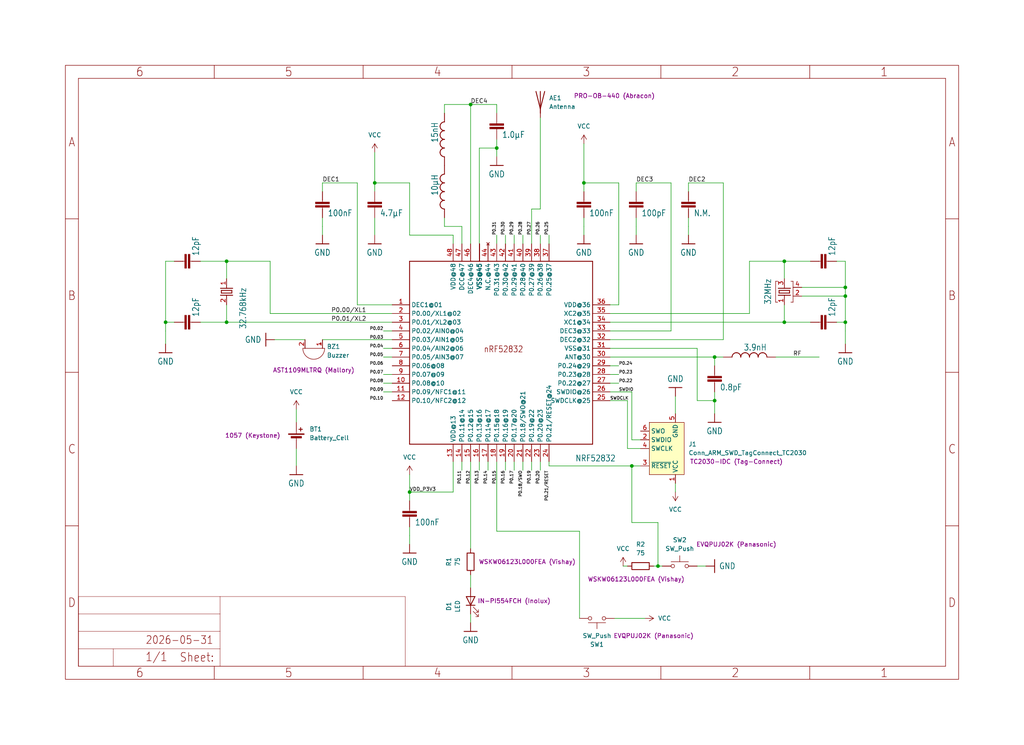
<source format=kicad_sch>
(kicad_sch (version 20230121) (generator eeschema)

  (uuid eae451d3-9874-4c89-86c7-350c2b329f00)

  (paper "User" 298.45 217.322)

  (lib_symbols
    (symbol "Connector:Conn_ARM_SWD_TagConnect_TC2030" (in_bom no) (on_board yes)
      (property "Reference" "J" (at 2.54 11.43 0)
        (effects (font (size 1.27 1.27)))
      )
      (property "Value" "Conn_ARM_SWD_TagConnect_TC2030" (at 5.08 8.89 0)
        (effects (font (size 1.27 1.27)))
      )
      (property "Footprint" "Connector:Tag-Connect_TC2030-IDC-FP_2x03_P1.27mm_Vertical" (at 0 -17.78 0)
        (effects (font (size 1.27 1.27)) hide)
      )
      (property "Datasheet" "https://www.tag-connect.com/wp-content/uploads/bsk-pdf-manager/TC2030-CTX_1.pdf" (at 0 -15.24 0)
        (effects (font (size 1.27 1.27)) hide)
      )
      (property "ki_keywords" "Cortex Debug Connector ARM SWD JTAG" (at 0 0 0)
        (effects (font (size 1.27 1.27)) hide)
      )
      (property "ki_description" "Tag-Connect ARM Cortex SWD JTAG connector, 6 pin" (at 0 0 0)
        (effects (font (size 1.27 1.27)) hide)
      )
      (property "ki_fp_filters" "*TC2030*" (at 0 0 0)
        (effects (font (size 1.27 1.27)) hide)
      )
      (symbol "Conn_ARM_SWD_TagConnect_TC2030_0_0"
        (pin power_in line (at -2.54 10.16 270) (length 2.54)
          (name "VCC" (effects (font (size 1.27 1.27))))
          (number "1" (effects (font (size 1.27 1.27))))
        )
        (pin bidirectional line (at 7.62 -2.54 180) (length 2.54)
          (name "SWDIO" (effects (font (size 1.27 1.27))))
          (number "2" (effects (font (size 1.27 1.27))))
          (alternate "TMS" bidirectional line)
        )
        (pin open_collector line (at 7.62 5.08 180) (length 2.54)
          (name "~{RESET}" (effects (font (size 1.27 1.27))))
          (number "3" (effects (font (size 1.27 1.27))))
        )
        (pin output line (at 7.62 0 180) (length 2.54)
          (name "SWCLK" (effects (font (size 1.27 1.27))))
          (number "4" (effects (font (size 1.27 1.27))))
          (alternate "TCK" output line)
        )
        (pin power_in line (at -2.54 -10.16 90) (length 2.54)
          (name "GND" (effects (font (size 1.27 1.27))))
          (number "5" (effects (font (size 1.27 1.27))))
        )
        (pin input line (at 7.62 -5.08 180) (length 2.54)
          (name "SWO" (effects (font (size 1.27 1.27))))
          (number "6" (effects (font (size 1.27 1.27))))
          (alternate "TDO" input line)
        )
      )
      (symbol "Conn_ARM_SWD_TagConnect_TC2030_0_1"
        (rectangle (start -5.08 7.62) (end 5.08 -7.62)
          (stroke (width 0) (type default))
          (fill (type background))
        )
      )
    )
    (symbol "Device:Antenna" (pin_numbers hide) (pin_names (offset 1.016) hide) (in_bom yes) (on_board yes)
      (property "Reference" "AE" (at -1.905 1.905 0)
        (effects (font (size 1.27 1.27)) (justify right))
      )
      (property "Value" "Antenna" (at -1.905 0 0)
        (effects (font (size 1.27 1.27)) (justify right))
      )
      (property "Footprint" "" (at 0 0 0)
        (effects (font (size 1.27 1.27)) hide)
      )
      (property "Datasheet" "~" (at 0 0 0)
        (effects (font (size 1.27 1.27)) hide)
      )
      (property "ki_keywords" "antenna" (at 0 0 0)
        (effects (font (size 1.27 1.27)) hide)
      )
      (property "ki_description" "Antenna" (at 0 0 0)
        (effects (font (size 1.27 1.27)) hide)
      )
      (symbol "Antenna_0_1"
        (polyline
          (pts
            (xy 0 2.54)
            (xy 0 -3.81)
          )
          (stroke (width 0.254) (type default))
          (fill (type none))
        )
        (polyline
          (pts
            (xy 1.27 2.54)
            (xy 0 -2.54)
            (xy -1.27 2.54)
          )
          (stroke (width 0.254) (type default))
          (fill (type none))
        )
      )
      (symbol "Antenna_1_1"
        (pin input line (at 0 -5.08 90) (length 2.54)
          (name "A" (effects (font (size 1.27 1.27))))
          (number "1" (effects (font (size 1.27 1.27))))
        )
      )
    )
    (symbol "Device:Battery_Cell" (pin_numbers hide) (pin_names (offset 0) hide) (in_bom yes) (on_board yes)
      (property "Reference" "BT" (at 2.54 2.54 0)
        (effects (font (size 1.27 1.27)) (justify left))
      )
      (property "Value" "Battery_Cell" (at 2.54 0 0)
        (effects (font (size 1.27 1.27)) (justify left))
      )
      (property "Footprint" "" (at 0 1.524 90)
        (effects (font (size 1.27 1.27)) hide)
      )
      (property "Datasheet" "~" (at 0 1.524 90)
        (effects (font (size 1.27 1.27)) hide)
      )
      (property "ki_keywords" "battery cell" (at 0 0 0)
        (effects (font (size 1.27 1.27)) hide)
      )
      (property "ki_description" "Single-cell battery" (at 0 0 0)
        (effects (font (size 1.27 1.27)) hide)
      )
      (symbol "Battery_Cell_0_1"
        (rectangle (start -2.286 1.778) (end 2.286 1.524)
          (stroke (width 0) (type default))
          (fill (type outline))
        )
        (rectangle (start -1.524 1.016) (end 1.524 0.508)
          (stroke (width 0) (type default))
          (fill (type outline))
        )
        (polyline
          (pts
            (xy 0 0.762)
            (xy 0 0)
          )
          (stroke (width 0) (type default))
          (fill (type none))
        )
        (polyline
          (pts
            (xy 0 1.778)
            (xy 0 2.54)
          )
          (stroke (width 0) (type default))
          (fill (type none))
        )
        (polyline
          (pts
            (xy 0.762 3.048)
            (xy 1.778 3.048)
          )
          (stroke (width 0.254) (type default))
          (fill (type none))
        )
        (polyline
          (pts
            (xy 1.27 3.556)
            (xy 1.27 2.54)
          )
          (stroke (width 0.254) (type default))
          (fill (type none))
        )
      )
      (symbol "Battery_Cell_1_1"
        (pin passive line (at 0 5.08 270) (length 2.54)
          (name "+" (effects (font (size 1.27 1.27))))
          (number "1" (effects (font (size 1.27 1.27))))
        )
        (pin passive line (at 0 -2.54 90) (length 2.54)
          (name "-" (effects (font (size 1.27 1.27))))
          (number "2" (effects (font (size 1.27 1.27))))
        )
      )
    )
    (symbol "Device:Buzzer" (pin_names (offset 0.0254) hide) (in_bom yes) (on_board yes)
      (property "Reference" "BZ" (at 3.81 1.27 0)
        (effects (font (size 1.27 1.27)) (justify left))
      )
      (property "Value" "Buzzer" (at 3.81 -1.27 0)
        (effects (font (size 1.27 1.27)) (justify left))
      )
      (property "Footprint" "" (at -0.635 2.54 90)
        (effects (font (size 1.27 1.27)) hide)
      )
      (property "Datasheet" "~" (at -0.635 2.54 90)
        (effects (font (size 1.27 1.27)) hide)
      )
      (property "ki_keywords" "quartz resonator ceramic" (at 0 0 0)
        (effects (font (size 1.27 1.27)) hide)
      )
      (property "ki_description" "Buzzer, polarized" (at 0 0 0)
        (effects (font (size 1.27 1.27)) hide)
      )
      (property "ki_fp_filters" "*Buzzer*" (at 0 0 0)
        (effects (font (size 1.27 1.27)) hide)
      )
      (symbol "Buzzer_0_1"
        (arc (start 0 -3.175) (mid 3.1612 0) (end 0 3.175)
          (stroke (width 0) (type default))
          (fill (type none))
        )
        (polyline
          (pts
            (xy -1.651 1.905)
            (xy -1.143 1.905)
          )
          (stroke (width 0) (type default))
          (fill (type none))
        )
        (polyline
          (pts
            (xy -1.397 2.159)
            (xy -1.397 1.651)
          )
          (stroke (width 0) (type default))
          (fill (type none))
        )
        (polyline
          (pts
            (xy 0 3.175)
            (xy 0 -3.175)
          )
          (stroke (width 0) (type default))
          (fill (type none))
        )
      )
      (symbol "Buzzer_1_1"
        (pin passive line (at -2.54 2.54 0) (length 2.54)
          (name "-" (effects (font (size 1.27 1.27))))
          (number "1" (effects (font (size 1.27 1.27))))
        )
        (pin passive line (at -2.54 -2.54 0) (length 2.54)
          (name "+" (effects (font (size 1.27 1.27))))
          (number "2" (effects (font (size 1.27 1.27))))
        )
      )
    )
    (symbol "Device:LED" (pin_numbers hide) (pin_names (offset 1.016) hide) (in_bom yes) (on_board yes)
      (property "Reference" "D" (at 0 2.54 0)
        (effects (font (size 1.27 1.27)))
      )
      (property "Value" "LED" (at 0 -2.54 0)
        (effects (font (size 1.27 1.27)))
      )
      (property "Footprint" "" (at 0 0 0)
        (effects (font (size 1.27 1.27)) hide)
      )
      (property "Datasheet" "~" (at 0 0 0)
        (effects (font (size 1.27 1.27)) hide)
      )
      (property "ki_keywords" "LED diode" (at 0 0 0)
        (effects (font (size 1.27 1.27)) hide)
      )
      (property "ki_description" "Light emitting diode" (at 0 0 0)
        (effects (font (size 1.27 1.27)) hide)
      )
      (property "ki_fp_filters" "LED* LED_SMD:* LED_THT:*" (at 0 0 0)
        (effects (font (size 1.27 1.27)) hide)
      )
      (symbol "LED_0_1"
        (polyline
          (pts
            (xy -1.27 -1.27)
            (xy -1.27 1.27)
          )
          (stroke (width 0.254) (type default))
          (fill (type none))
        )
        (polyline
          (pts
            (xy -1.27 0)
            (xy 1.27 0)
          )
          (stroke (width 0) (type default))
          (fill (type none))
        )
        (polyline
          (pts
            (xy 1.27 -1.27)
            (xy 1.27 1.27)
            (xy -1.27 0)
            (xy 1.27 -1.27)
          )
          (stroke (width 0.254) (type default))
          (fill (type none))
        )
        (polyline
          (pts
            (xy -3.048 -0.762)
            (xy -4.572 -2.286)
            (xy -3.81 -2.286)
            (xy -4.572 -2.286)
            (xy -4.572 -1.524)
          )
          (stroke (width 0) (type default))
          (fill (type none))
        )
        (polyline
          (pts
            (xy -1.778 -0.762)
            (xy -3.302 -2.286)
            (xy -2.54 -2.286)
            (xy -3.302 -2.286)
            (xy -3.302 -1.524)
          )
          (stroke (width 0) (type default))
          (fill (type none))
        )
      )
      (symbol "LED_1_1"
        (pin passive line (at -3.81 0 0) (length 2.54)
          (name "K" (effects (font (size 1.27 1.27))))
          (number "1" (effects (font (size 1.27 1.27))))
        )
        (pin passive line (at 3.81 0 180) (length 2.54)
          (name "A" (effects (font (size 1.27 1.27))))
          (number "2" (effects (font (size 1.27 1.27))))
        )
      )
    )
    (symbol "Device:R" (pin_numbers hide) (pin_names (offset 0)) (in_bom yes) (on_board yes)
      (property "Reference" "R" (at 2.032 0 90)
        (effects (font (size 1.27 1.27)))
      )
      (property "Value" "R" (at 0 0 90)
        (effects (font (size 1.27 1.27)))
      )
      (property "Footprint" "" (at -1.778 0 90)
        (effects (font (size 1.27 1.27)) hide)
      )
      (property "Datasheet" "~" (at 0 0 0)
        (effects (font (size 1.27 1.27)) hide)
      )
      (property "ki_keywords" "R res resistor" (at 0 0 0)
        (effects (font (size 1.27 1.27)) hide)
      )
      (property "ki_description" "Resistor" (at 0 0 0)
        (effects (font (size 1.27 1.27)) hide)
      )
      (property "ki_fp_filters" "R_*" (at 0 0 0)
        (effects (font (size 1.27 1.27)) hide)
      )
      (symbol "R_0_1"
        (rectangle (start -1.016 -2.54) (end 1.016 2.54)
          (stroke (width 0.254) (type default))
          (fill (type none))
        )
      )
      (symbol "R_1_1"
        (pin passive line (at 0 3.81 270) (length 1.27)
          (name "~" (effects (font (size 1.27 1.27))))
          (number "1" (effects (font (size 1.27 1.27))))
        )
        (pin passive line (at 0 -3.81 90) (length 1.27)
          (name "~" (effects (font (size 1.27 1.27))))
          (number "2" (effects (font (size 1.27 1.27))))
        )
      )
    )
    (symbol "Switch:SW_Push" (pin_numbers hide) (pin_names (offset 1.016) hide) (in_bom yes) (on_board yes)
      (property "Reference" "SW" (at 1.27 2.54 0)
        (effects (font (size 1.27 1.27)) (justify left))
      )
      (property "Value" "SW_Push" (at 0 -1.524 0)
        (effects (font (size 1.27 1.27)))
      )
      (property "Footprint" "" (at 0 5.08 0)
        (effects (font (size 1.27 1.27)) hide)
      )
      (property "Datasheet" "~" (at 0 5.08 0)
        (effects (font (size 1.27 1.27)) hide)
      )
      (property "ki_keywords" "switch normally-open pushbutton push-button" (at 0 0 0)
        (effects (font (size 1.27 1.27)) hide)
      )
      (property "ki_description" "Push button switch, generic, two pins" (at 0 0 0)
        (effects (font (size 1.27 1.27)) hide)
      )
      (symbol "SW_Push_0_1"
        (circle (center -2.032 0) (radius 0.508)
          (stroke (width 0) (type default))
          (fill (type none))
        )
        (polyline
          (pts
            (xy 0 1.27)
            (xy 0 3.048)
          )
          (stroke (width 0) (type default))
          (fill (type none))
        )
        (polyline
          (pts
            (xy 2.54 1.27)
            (xy -2.54 1.27)
          )
          (stroke (width 0) (type default))
          (fill (type none))
        )
        (circle (center 2.032 0) (radius 0.508)
          (stroke (width 0) (type default))
          (fill (type none))
        )
        (pin passive line (at -5.08 0 0) (length 2.54)
          (name "1" (effects (font (size 1.27 1.27))))
          (number "1" (effects (font (size 1.27 1.27))))
        )
        (pin passive line (at 5.08 0 180) (length 2.54)
          (name "2" (effects (font (size 1.27 1.27))))
          (number "2" (effects (font (size 1.27 1.27))))
        )
      )
    )
    (symbol "keyfinder-eagle-import:A4L-LOC" (in_bom yes) (on_board yes)
      (property "Reference" "#FRAME" (at 0 0 0)
        (effects (font (size 1.27 1.27)) hide)
      )
      (property "Value" "" (at 0 0 0)
        (effects (font (size 1.27 1.27)) hide)
      )
      (property "Footprint" "" (at 0 0 0)
        (effects (font (size 1.27 1.27)) hide)
      )
      (property "Datasheet" "" (at 0 0 0)
        (effects (font (size 1.27 1.27)) hide)
      )
      (property "ki_locked" "" (at 0 0 0)
        (effects (font (size 1.27 1.27)))
      )
      (symbol "A4L-LOC_1_0"
        (polyline
          (pts
            (xy 0 44.7675)
            (xy 3.81 44.7675)
          )
          (stroke (width 0) (type default))
          (fill (type none))
        )
        (polyline
          (pts
            (xy 0 89.535)
            (xy 3.81 89.535)
          )
          (stroke (width 0) (type default))
          (fill (type none))
        )
        (polyline
          (pts
            (xy 0 134.3025)
            (xy 3.81 134.3025)
          )
          (stroke (width 0) (type default))
          (fill (type none))
        )
        (polyline
          (pts
            (xy 3.81 3.81)
            (xy 3.81 175.26)
          )
          (stroke (width 0) (type default))
          (fill (type none))
        )
        (polyline
          (pts
            (xy 43.3917 0)
            (xy 43.3917 3.81)
          )
          (stroke (width 0) (type default))
          (fill (type none))
        )
        (polyline
          (pts
            (xy 43.3917 175.26)
            (xy 43.3917 179.07)
          )
          (stroke (width 0) (type default))
          (fill (type none))
        )
        (polyline
          (pts
            (xy 86.7833 0)
            (xy 86.7833 3.81)
          )
          (stroke (width 0) (type default))
          (fill (type none))
        )
        (polyline
          (pts
            (xy 86.7833 175.26)
            (xy 86.7833 179.07)
          )
          (stroke (width 0) (type default))
          (fill (type none))
        )
        (polyline
          (pts
            (xy 130.175 0)
            (xy 130.175 3.81)
          )
          (stroke (width 0) (type default))
          (fill (type none))
        )
        (polyline
          (pts
            (xy 130.175 175.26)
            (xy 130.175 179.07)
          )
          (stroke (width 0) (type default))
          (fill (type none))
        )
        (polyline
          (pts
            (xy 161.29 3.81)
            (xy 161.29 24.13)
          )
          (stroke (width 0.1016) (type solid))
          (fill (type none))
        )
        (polyline
          (pts
            (xy 161.29 24.13)
            (xy 215.265 24.13)
          )
          (stroke (width 0.1016) (type solid))
          (fill (type none))
        )
        (polyline
          (pts
            (xy 173.5667 0)
            (xy 173.5667 3.81)
          )
          (stroke (width 0) (type default))
          (fill (type none))
        )
        (polyline
          (pts
            (xy 173.5667 175.26)
            (xy 173.5667 179.07)
          )
          (stroke (width 0) (type default))
          (fill (type none))
        )
        (polyline
          (pts
            (xy 215.265 8.89)
            (xy 215.265 3.81)
          )
          (stroke (width 0.1016) (type solid))
          (fill (type none))
        )
        (polyline
          (pts
            (xy 215.265 8.89)
            (xy 215.265 13.97)
          )
          (stroke (width 0.1016) (type solid))
          (fill (type none))
        )
        (polyline
          (pts
            (xy 215.265 13.97)
            (xy 215.265 19.05)
          )
          (stroke (width 0.1016) (type solid))
          (fill (type none))
        )
        (polyline
          (pts
            (xy 215.265 13.97)
            (xy 256.54 13.97)
          )
          (stroke (width 0.1016) (type solid))
          (fill (type none))
        )
        (polyline
          (pts
            (xy 215.265 19.05)
            (xy 215.265 24.13)
          )
          (stroke (width 0.1016) (type solid))
          (fill (type none))
        )
        (polyline
          (pts
            (xy 215.265 19.05)
            (xy 256.54 19.05)
          )
          (stroke (width 0.1016) (type solid))
          (fill (type none))
        )
        (polyline
          (pts
            (xy 215.265 24.13)
            (xy 256.54 24.13)
          )
          (stroke (width 0.1016) (type solid))
          (fill (type none))
        )
        (polyline
          (pts
            (xy 216.9583 0)
            (xy 216.9583 3.81)
          )
          (stroke (width 0) (type default))
          (fill (type none))
        )
        (polyline
          (pts
            (xy 216.9583 175.26)
            (xy 216.9583 179.07)
          )
          (stroke (width 0) (type default))
          (fill (type none))
        )
        (polyline
          (pts
            (xy 246.38 3.81)
            (xy 246.38 8.89)
          )
          (stroke (width 0.1016) (type solid))
          (fill (type none))
        )
        (polyline
          (pts
            (xy 246.38 8.89)
            (xy 215.265 8.89)
          )
          (stroke (width 0.1016) (type solid))
          (fill (type none))
        )
        (polyline
          (pts
            (xy 246.38 8.89)
            (xy 256.54 8.89)
          )
          (stroke (width 0.1016) (type solid))
          (fill (type none))
        )
        (polyline
          (pts
            (xy 256.54 3.81)
            (xy 3.81 3.81)
          )
          (stroke (width 0) (type default))
          (fill (type none))
        )
        (polyline
          (pts
            (xy 256.54 3.81)
            (xy 256.54 8.89)
          )
          (stroke (width 0.1016) (type solid))
          (fill (type none))
        )
        (polyline
          (pts
            (xy 256.54 3.81)
            (xy 256.54 175.26)
          )
          (stroke (width 0) (type default))
          (fill (type none))
        )
        (polyline
          (pts
            (xy 256.54 8.89)
            (xy 256.54 13.97)
          )
          (stroke (width 0.1016) (type solid))
          (fill (type none))
        )
        (polyline
          (pts
            (xy 256.54 13.97)
            (xy 256.54 19.05)
          )
          (stroke (width 0.1016) (type solid))
          (fill (type none))
        )
        (polyline
          (pts
            (xy 256.54 19.05)
            (xy 256.54 24.13)
          )
          (stroke (width 0.1016) (type solid))
          (fill (type none))
        )
        (polyline
          (pts
            (xy 256.54 44.7675)
            (xy 260.35 44.7675)
          )
          (stroke (width 0) (type default))
          (fill (type none))
        )
        (polyline
          (pts
            (xy 256.54 89.535)
            (xy 260.35 89.535)
          )
          (stroke (width 0) (type default))
          (fill (type none))
        )
        (polyline
          (pts
            (xy 256.54 134.3025)
            (xy 260.35 134.3025)
          )
          (stroke (width 0) (type default))
          (fill (type none))
        )
        (polyline
          (pts
            (xy 256.54 175.26)
            (xy 3.81 175.26)
          )
          (stroke (width 0) (type default))
          (fill (type none))
        )
        (polyline
          (pts
            (xy 0 0)
            (xy 260.35 0)
            (xy 260.35 179.07)
            (xy 0 179.07)
            (xy 0 0)
          )
          (stroke (width 0) (type default))
          (fill (type none))
        )
        (text "${#}/${##}" (at 230.505 5.08 0)
          (effects (font (size 2.54 2.159)) (justify left bottom))
        )
        (text "${CURRENT_DATE}" (at 217.17 10.16 0)
          (effects (font (size 2.286 1.9431)) (justify left bottom))
        )
        (text "${PROJECTNAME}" (at 217.17 15.24 0)
          (effects (font (size 2.54 2.159)) (justify left bottom))
        )
        (text "1" (at 21.6958 1.905 0)
          (effects (font (size 2.54 2.286)))
        )
        (text "1" (at 21.6958 177.165 0)
          (effects (font (size 2.54 2.286)))
        )
        (text "2" (at 65.0875 1.905 0)
          (effects (font (size 2.54 2.286)))
        )
        (text "2" (at 65.0875 177.165 0)
          (effects (font (size 2.54 2.286)))
        )
        (text "3" (at 108.4792 1.905 0)
          (effects (font (size 2.54 2.286)))
        )
        (text "3" (at 108.4792 177.165 0)
          (effects (font (size 2.54 2.286)))
        )
        (text "4" (at 151.8708 1.905 0)
          (effects (font (size 2.54 2.286)))
        )
        (text "4" (at 151.8708 177.165 0)
          (effects (font (size 2.54 2.286)))
        )
        (text "5" (at 195.2625 1.905 0)
          (effects (font (size 2.54 2.286)))
        )
        (text "5" (at 195.2625 177.165 0)
          (effects (font (size 2.54 2.286)))
        )
        (text "6" (at 238.6542 1.905 0)
          (effects (font (size 2.54 2.286)))
        )
        (text "6" (at 238.6542 177.165 0)
          (effects (font (size 2.54 2.286)))
        )
        (text "A" (at 1.905 156.6863 0)
          (effects (font (size 2.54 2.286)))
        )
        (text "A" (at 258.445 156.6863 0)
          (effects (font (size 2.54 2.286)))
        )
        (text "B" (at 1.905 111.9188 0)
          (effects (font (size 2.54 2.286)))
        )
        (text "B" (at 258.445 111.9188 0)
          (effects (font (size 2.54 2.286)))
        )
        (text "C" (at 1.905 67.1513 0)
          (effects (font (size 2.54 2.286)))
        )
        (text "C" (at 258.445 67.1513 0)
          (effects (font (size 2.54 2.286)))
        )
        (text "D" (at 1.905 22.3838 0)
          (effects (font (size 2.54 2.286)))
        )
        (text "D" (at 258.445 22.3838 0)
          (effects (font (size 2.54 2.286)))
        )
        (text "Sheet:" (at 216.916 4.953 0)
          (effects (font (size 2.54 2.159)) (justify left bottom))
        )
      )
    )
    (symbol "keyfinder-eagle-import:CAPACITOR_0402_N" (in_bom yes) (on_board yes)
      (property "Reference" "" (at 1.524 0.381 0)
        (effects (font (size 1.778 1.5113)) (justify left bottom) hide)
      )
      (property "Value" "" (at 1.524 -4.699 0)
        (effects (font (size 1.778 1.5113)) (justify left bottom))
      )
      (property "Footprint" "keyfinder:RESC0402_N" (at 0 0 0)
        (effects (font (size 1.27 1.27)) hide)
      )
      (property "Datasheet" "" (at 0 0 0)
        (effects (font (size 1.27 1.27)) hide)
      )
      (property "ki_locked" "" (at 0 0 0)
        (effects (font (size 1.27 1.27)))
      )
      (symbol "CAPACITOR_0402_N_1_0"
        (rectangle (start -2.032 -2.032) (end 2.032 -1.524)
          (stroke (width 0) (type default))
          (fill (type outline))
        )
        (rectangle (start -2.032 -1.016) (end 2.032 -0.508)
          (stroke (width 0) (type default))
          (fill (type outline))
        )
        (polyline
          (pts
            (xy 0 -2.54)
            (xy 0 -2.032)
          )
          (stroke (width 0.1524) (type solid))
          (fill (type none))
        )
        (polyline
          (pts
            (xy 0 0)
            (xy 0 -0.508)
          )
          (stroke (width 0.1524) (type solid))
          (fill (type none))
        )
        (pin passive line (at 0 2.54 270) (length 2.54)
          (name "1" (effects (font (size 0 0))))
          (number "1" (effects (font (size 0 0))))
        )
        (pin passive line (at 0 -5.08 90) (length 2.54)
          (name "2" (effects (font (size 0 0))))
          (number "2" (effects (font (size 0 0))))
        )
      )
    )
    (symbol "keyfinder-eagle-import:CAPACITOR_0603_N" (in_bom yes) (on_board yes)
      (property "Reference" "" (at 1.524 0.381 0)
        (effects (font (size 1.778 1.5113)) (justify left bottom) hide)
      )
      (property "Value" "" (at 1.524 -4.699 0)
        (effects (font (size 1.778 1.5113)) (justify left bottom))
      )
      (property "Footprint" "keyfinder:RESC0603_N" (at 0 0 0)
        (effects (font (size 1.27 1.27)) hide)
      )
      (property "Datasheet" "" (at 0 0 0)
        (effects (font (size 1.27 1.27)) hide)
      )
      (property "ki_locked" "" (at 0 0 0)
        (effects (font (size 1.27 1.27)))
      )
      (symbol "CAPACITOR_0603_N_1_0"
        (rectangle (start -2.032 -2.032) (end 2.032 -1.524)
          (stroke (width 0) (type default))
          (fill (type outline))
        )
        (rectangle (start -2.032 -1.016) (end 2.032 -0.508)
          (stroke (width 0) (type default))
          (fill (type outline))
        )
        (polyline
          (pts
            (xy 0 -2.54)
            (xy 0 -2.032)
          )
          (stroke (width 0.1524) (type solid))
          (fill (type none))
        )
        (polyline
          (pts
            (xy 0 0)
            (xy 0 -0.508)
          )
          (stroke (width 0.1524) (type solid))
          (fill (type none))
        )
        (pin passive line (at 0 2.54 270) (length 2.54)
          (name "1" (effects (font (size 0 0))))
          (number "1" (effects (font (size 0 0))))
        )
        (pin passive line (at 0 -5.08 90) (length 2.54)
          (name "2" (effects (font (size 0 0))))
          (number "2" (effects (font (size 0 0))))
        )
      )
    )
    (symbol "keyfinder-eagle-import:GND" (power) (in_bom yes) (on_board yes)
      (property "Reference" "#GND" (at 0 0 0)
        (effects (font (size 1.27 1.27)) hide)
      )
      (property "Value" "GND" (at -2.54 -2.54 0)
        (effects (font (size 1.778 1.5113)) (justify left bottom))
      )
      (property "Footprint" "" (at 0 0 0)
        (effects (font (size 1.27 1.27)) hide)
      )
      (property "Datasheet" "" (at 0 0 0)
        (effects (font (size 1.27 1.27)) hide)
      )
      (property "ki_locked" "" (at 0 0 0)
        (effects (font (size 1.27 1.27)))
      )
      (symbol "GND_1_0"
        (polyline
          (pts
            (xy -1.905 0)
            (xy 1.905 0)
          )
          (stroke (width 0.254) (type solid))
          (fill (type none))
        )
        (pin power_in line (at 0 2.54 270) (length 2.54)
          (name "GND" (effects (font (size 0 0))))
          (number "1" (effects (font (size 0 0))))
        )
      )
    )
    (symbol "keyfinder-eagle-import:INDUCTOR_0402_N" (in_bom yes) (on_board yes)
      (property "Reference" "" (at -1.27 -5.08 90)
        (effects (font (size 1.778 1.5113)) (justify left bottom) hide)
      )
      (property "Value" "" (at 3.81 -5.08 90)
        (effects (font (size 1.778 1.5113)) (justify left bottom))
      )
      (property "Footprint" "keyfinder:RESC0402_N" (at 0 0 0)
        (effects (font (size 1.27 1.27)) hide)
      )
      (property "Datasheet" "" (at 0 0 0)
        (effects (font (size 1.27 1.27)) hide)
      )
      (property "ki_locked" "" (at 0 0 0)
        (effects (font (size 1.27 1.27)))
      )
      (symbol "INDUCTOR_0402_N_1_0"
        (arc (start 0 -5.08) (mid 0.898 -4.708) (end 1.27 -3.81)
          (stroke (width 0.254) (type solid))
          (fill (type none))
        )
        (arc (start 0 -2.54) (mid 0.898 -2.168) (end 1.27 -1.27)
          (stroke (width 0.254) (type solid))
          (fill (type none))
        )
        (arc (start 0 0) (mid 0.898 0.372) (end 1.27 1.27)
          (stroke (width 0.254) (type solid))
          (fill (type none))
        )
        (arc (start 0 2.54) (mid 0.898 2.912) (end 1.27 3.81)
          (stroke (width 0.254) (type solid))
          (fill (type none))
        )
        (arc (start 1.27 -3.81) (mid 0.898 -2.912) (end 0 -2.54)
          (stroke (width 0.254) (type solid))
          (fill (type none))
        )
        (arc (start 1.27 -1.27) (mid 0.898 -0.372) (end 0 0)
          (stroke (width 0.254) (type solid))
          (fill (type none))
        )
        (arc (start 1.27 1.27) (mid 0.898 2.168) (end 0 2.54)
          (stroke (width 0.254) (type solid))
          (fill (type none))
        )
        (arc (start 1.27 3.81) (mid 0.898 4.708) (end 0 5.08)
          (stroke (width 0.254) (type solid))
          (fill (type none))
        )
        (pin passive line (at 0 7.62 270) (length 2.54)
          (name "1" (effects (font (size 0 0))))
          (number "1" (effects (font (size 0 0))))
        )
        (pin passive line (at 0 -7.62 90) (length 2.54)
          (name "2" (effects (font (size 0 0))))
          (number "2" (effects (font (size 0 0))))
        )
      )
    )
    (symbol "keyfinder-eagle-import:INDUCTOR_0603_N" (in_bom yes) (on_board yes)
      (property "Reference" "" (at -1.27 -5.08 90)
        (effects (font (size 1.778 1.5113)) (justify left bottom) hide)
      )
      (property "Value" "" (at 3.81 -5.08 90)
        (effects (font (size 1.778 1.5113)) (justify left bottom))
      )
      (property "Footprint" "keyfinder:RESC0603_N" (at 0 0 0)
        (effects (font (size 1.27 1.27)) hide)
      )
      (property "Datasheet" "" (at 0 0 0)
        (effects (font (size 1.27 1.27)) hide)
      )
      (property "ki_locked" "" (at 0 0 0)
        (effects (font (size 1.27 1.27)))
      )
      (symbol "INDUCTOR_0603_N_1_0"
        (arc (start 0 -5.08) (mid 0.898 -4.708) (end 1.27 -3.81)
          (stroke (width 0.254) (type solid))
          (fill (type none))
        )
        (arc (start 0 -2.54) (mid 0.898 -2.168) (end 1.27 -1.27)
          (stroke (width 0.254) (type solid))
          (fill (type none))
        )
        (arc (start 0 0) (mid 0.898 0.372) (end 1.27 1.27)
          (stroke (width 0.254) (type solid))
          (fill (type none))
        )
        (arc (start 0 2.54) (mid 0.898 2.912) (end 1.27 3.81)
          (stroke (width 0.254) (type solid))
          (fill (type none))
        )
        (arc (start 1.27 -3.81) (mid 0.898 -2.912) (end 0 -2.54)
          (stroke (width 0.254) (type solid))
          (fill (type none))
        )
        (arc (start 1.27 -1.27) (mid 0.898 -0.372) (end 0 0)
          (stroke (width 0.254) (type solid))
          (fill (type none))
        )
        (arc (start 1.27 1.27) (mid 0.898 2.168) (end 0 2.54)
          (stroke (width 0.254) (type solid))
          (fill (type none))
        )
        (arc (start 1.27 3.81) (mid 0.898 4.708) (end 0 5.08)
          (stroke (width 0.254) (type solid))
          (fill (type none))
        )
        (pin passive line (at 0 7.62 270) (length 2.54)
          (name "1" (effects (font (size 0 0))))
          (number "1" (effects (font (size 0 0))))
        )
        (pin passive line (at 0 -7.62 90) (length 2.54)
          (name "2" (effects (font (size 0 0))))
          (number "2" (effects (font (size 0 0))))
        )
      )
    )
    (symbol "keyfinder-eagle-import:NRF52832" (in_bom yes) (on_board yes)
      (property "Reference" "" (at 48.26 -2.54 0)
        (effects (font (size 1.778 1.5113)) (justify left bottom) hide)
      )
      (property "Value" "" (at 48.26 -5.08 0)
        (effects (font (size 1.778 1.5113)) (justify left bottom))
      )
      (property "Footprint" "keyfinder:QFN40P600X600X90-48_N" (at 0 0 0)
        (effects (font (size 1.27 1.27)) hide)
      )
      (property "Datasheet" "" (at 0 0 0)
        (effects (font (size 1.27 1.27)) hide)
      )
      (property "ki_locked" "" (at 0 0 0)
        (effects (font (size 1.27 1.27)))
      )
      (symbol "NRF52832_1_0"
        (polyline
          (pts
            (xy 0 0)
            (xy 0 53.34)
          )
          (stroke (width 0.254) (type solid))
          (fill (type none))
        )
        (polyline
          (pts
            (xy 0 53.34)
            (xy 53.34 53.34)
          )
          (stroke (width 0.254) (type solid))
          (fill (type none))
        )
        (polyline
          (pts
            (xy 53.34 0)
            (xy 0 0)
          )
          (stroke (width 0.254) (type solid))
          (fill (type none))
        )
        (polyline
          (pts
            (xy 53.34 53.34)
            (xy 53.34 0)
          )
          (stroke (width 0.254) (type solid))
          (fill (type none))
        )
        (text "nRF52832" (at 21.59 26.67 0)
          (effects (font (size 1.778 1.5113)) (justify left bottom))
        )
        (pin power_in line (at -5.08 40.64 0) (length 5.08)
          (name "DEC1@01" (effects (font (size 1.27 1.27))))
          (number "1" (effects (font (size 1.27 1.27))))
        )
        (pin bidirectional line (at -5.08 17.78 0) (length 5.08)
          (name "P0.08@10" (effects (font (size 1.27 1.27))))
          (number "10" (effects (font (size 1.27 1.27))))
        )
        (pin bidirectional line (at -5.08 15.24 0) (length 5.08)
          (name "P0.09/NFC1@11" (effects (font (size 1.27 1.27))))
          (number "11" (effects (font (size 1.27 1.27))))
        )
        (pin bidirectional line (at -5.08 12.7 0) (length 5.08)
          (name "P0.10/NFC2@12" (effects (font (size 1.27 1.27))))
          (number "12" (effects (font (size 1.27 1.27))))
        )
        (pin power_in line (at 12.7 -5.08 90) (length 5.08)
          (name "VDD@13" (effects (font (size 1.27 1.27))))
          (number "13" (effects (font (size 1.27 1.27))))
        )
        (pin bidirectional line (at 15.24 -5.08 90) (length 5.08)
          (name "P0.11@14" (effects (font (size 1.27 1.27))))
          (number "14" (effects (font (size 1.27 1.27))))
        )
        (pin bidirectional line (at 17.78 -5.08 90) (length 5.08)
          (name "P0.12@15" (effects (font (size 1.27 1.27))))
          (number "15" (effects (font (size 1.27 1.27))))
        )
        (pin bidirectional line (at 20.32 -5.08 90) (length 5.08)
          (name "P0.13@16" (effects (font (size 1.27 1.27))))
          (number "16" (effects (font (size 1.27 1.27))))
        )
        (pin bidirectional line (at 22.86 -5.08 90) (length 5.08)
          (name "P0.14@17" (effects (font (size 1.27 1.27))))
          (number "17" (effects (font (size 1.27 1.27))))
        )
        (pin bidirectional line (at 25.4 -5.08 90) (length 5.08)
          (name "P0.15@18" (effects (font (size 1.27 1.27))))
          (number "18" (effects (font (size 1.27 1.27))))
        )
        (pin bidirectional line (at 27.94 -5.08 90) (length 5.08)
          (name "P0.16@19" (effects (font (size 1.27 1.27))))
          (number "19" (effects (font (size 1.27 1.27))))
        )
        (pin bidirectional line (at -5.08 38.1 0) (length 5.08)
          (name "P0.00/XL1@02" (effects (font (size 1.27 1.27))))
          (number "2" (effects (font (size 1.27 1.27))))
        )
        (pin bidirectional line (at 30.48 -5.08 90) (length 5.08)
          (name "P0.17@20" (effects (font (size 1.27 1.27))))
          (number "20" (effects (font (size 1.27 1.27))))
        )
        (pin bidirectional line (at 33.02 -5.08 90) (length 5.08)
          (name "P0.18/SWO@21" (effects (font (size 1.27 1.27))))
          (number "21" (effects (font (size 1.27 1.27))))
        )
        (pin bidirectional line (at 35.56 -5.08 90) (length 5.08)
          (name "P0.19@22" (effects (font (size 1.27 1.27))))
          (number "22" (effects (font (size 1.27 1.27))))
        )
        (pin bidirectional line (at 38.1 -5.08 90) (length 5.08)
          (name "P0.20@23" (effects (font (size 1.27 1.27))))
          (number "23" (effects (font (size 1.27 1.27))))
        )
        (pin bidirectional line (at 40.64 -5.08 90) (length 5.08)
          (name "P0.21/RESET@24" (effects (font (size 1.27 1.27))))
          (number "24" (effects (font (size 1.27 1.27))))
        )
        (pin input line (at 58.42 12.7 180) (length 5.08)
          (name "SWDCLK@25" (effects (font (size 1.27 1.27))))
          (number "25" (effects (font (size 1.27 1.27))))
        )
        (pin bidirectional line (at 58.42 15.24 180) (length 5.08)
          (name "SWDIO@26" (effects (font (size 1.27 1.27))))
          (number "26" (effects (font (size 1.27 1.27))))
        )
        (pin bidirectional line (at 58.42 17.78 180) (length 5.08)
          (name "P0.22@27" (effects (font (size 1.27 1.27))))
          (number "27" (effects (font (size 1.27 1.27))))
        )
        (pin bidirectional line (at 58.42 20.32 180) (length 5.08)
          (name "P0.23@28" (effects (font (size 1.27 1.27))))
          (number "28" (effects (font (size 1.27 1.27))))
        )
        (pin bidirectional line (at 58.42 22.86 180) (length 5.08)
          (name "P0.24@29" (effects (font (size 1.27 1.27))))
          (number "29" (effects (font (size 1.27 1.27))))
        )
        (pin bidirectional line (at -5.08 35.56 0) (length 5.08)
          (name "P0.01/XL2@03" (effects (font (size 1.27 1.27))))
          (number "3" (effects (font (size 1.27 1.27))))
        )
        (pin bidirectional line (at 58.42 25.4 180) (length 5.08)
          (name "ANT@30" (effects (font (size 1.27 1.27))))
          (number "30" (effects (font (size 1.27 1.27))))
        )
        (pin bidirectional line (at 58.42 27.94 180) (length 5.08)
          (name "VSS@31" (effects (font (size 1.27 1.27))))
          (number "31" (effects (font (size 1.27 1.27))))
        )
        (pin bidirectional line (at 58.42 30.48 180) (length 5.08)
          (name "DEC2@32" (effects (font (size 1.27 1.27))))
          (number "32" (effects (font (size 1.27 1.27))))
        )
        (pin bidirectional line (at 58.42 33.02 180) (length 5.08)
          (name "DEC3@33" (effects (font (size 1.27 1.27))))
          (number "33" (effects (font (size 1.27 1.27))))
        )
        (pin input line (at 58.42 35.56 180) (length 5.08)
          (name "XC1@34" (effects (font (size 1.27 1.27))))
          (number "34" (effects (font (size 1.27 1.27))))
        )
        (pin output line (at 58.42 38.1 180) (length 5.08)
          (name "XC2@35" (effects (font (size 1.27 1.27))))
          (number "35" (effects (font (size 1.27 1.27))))
        )
        (pin power_in line (at 58.42 40.64 180) (length 5.08)
          (name "VDD@36" (effects (font (size 1.27 1.27))))
          (number "36" (effects (font (size 1.27 1.27))))
        )
        (pin bidirectional line (at 40.64 58.42 270) (length 5.08)
          (name "P0.25@37" (effects (font (size 1.27 1.27))))
          (number "37" (effects (font (size 1.27 1.27))))
        )
        (pin bidirectional line (at 38.1 58.42 270) (length 5.08)
          (name "P0.26@38" (effects (font (size 1.27 1.27))))
          (number "38" (effects (font (size 1.27 1.27))))
        )
        (pin bidirectional line (at 35.56 58.42 270) (length 5.08)
          (name "P0.27@39" (effects (font (size 1.27 1.27))))
          (number "39" (effects (font (size 1.27 1.27))))
        )
        (pin bidirectional line (at -5.08 33.02 0) (length 5.08)
          (name "P0.02/AIN0@04" (effects (font (size 1.27 1.27))))
          (number "4" (effects (font (size 1.27 1.27))))
        )
        (pin bidirectional line (at 33.02 58.42 270) (length 5.08)
          (name "P0.28@40" (effects (font (size 1.27 1.27))))
          (number "40" (effects (font (size 1.27 1.27))))
        )
        (pin bidirectional line (at 30.48 58.42 270) (length 5.08)
          (name "P0.29@41" (effects (font (size 1.27 1.27))))
          (number "41" (effects (font (size 1.27 1.27))))
        )
        (pin bidirectional line (at 27.94 58.42 270) (length 5.08)
          (name "P0.30@42" (effects (font (size 1.27 1.27))))
          (number "42" (effects (font (size 1.27 1.27))))
        )
        (pin bidirectional line (at 25.4 58.42 270) (length 5.08)
          (name "P0.31@43" (effects (font (size 1.27 1.27))))
          (number "43" (effects (font (size 1.27 1.27))))
        )
        (pin no_connect line (at 22.86 58.42 270) (length 5.08)
          (name "N.C.@44" (effects (font (size 1.27 1.27))))
          (number "44" (effects (font (size 1.27 1.27))))
        )
        (pin power_in line (at 20.32 58.42 270) (length 5.08)
          (name "VSS@45" (effects (font (size 1.27 1.27))))
          (number "45" (effects (font (size 0 0))))
        )
        (pin power_in line (at 17.78 58.42 270) (length 5.08)
          (name "DEC4@46" (effects (font (size 1.27 1.27))))
          (number "46" (effects (font (size 1.27 1.27))))
        )
        (pin output line (at 15.24 58.42 270) (length 5.08)
          (name "DCC@47" (effects (font (size 1.27 1.27))))
          (number "47" (effects (font (size 1.27 1.27))))
        )
        (pin power_in line (at 12.7 58.42 270) (length 5.08)
          (name "VDD@48" (effects (font (size 1.27 1.27))))
          (number "48" (effects (font (size 1.27 1.27))))
        )
        (pin bidirectional line (at -5.08 30.48 0) (length 5.08)
          (name "P0.03/AIN1@05" (effects (font (size 1.27 1.27))))
          (number "5" (effects (font (size 1.27 1.27))))
        )
        (pin bidirectional line (at -5.08 27.94 0) (length 5.08)
          (name "P0.04/AIN2@06" (effects (font (size 1.27 1.27))))
          (number "6" (effects (font (size 1.27 1.27))))
        )
        (pin bidirectional line (at -5.08 25.4 0) (length 5.08)
          (name "P0.05/AIN3@07" (effects (font (size 1.27 1.27))))
          (number "7" (effects (font (size 1.27 1.27))))
        )
        (pin bidirectional line (at -5.08 22.86 0) (length 5.08)
          (name "P0.06@08" (effects (font (size 1.27 1.27))))
          (number "8" (effects (font (size 1.27 1.27))))
        )
        (pin bidirectional line (at -5.08 20.32 0) (length 5.08)
          (name "P0.07@09" (effects (font (size 1.27 1.27))))
          (number "9" (effects (font (size 1.27 1.27))))
        )
        (pin power_in line (at 20.32 58.42 270) (length 5.08)
          (name "VSS@45" (effects (font (size 1.27 1.27))))
          (number "PAD" (effects (font (size 0 0))))
        )
        (pin power_in line (at 20.32 58.42 270) (length 5.08)
          (name "VSS@45" (effects (font (size 1.27 1.27))))
          (number "PAD@VIA01" (effects (font (size 0 0))))
        )
        (pin power_in line (at 20.32 58.42 270) (length 5.08)
          (name "VSS@45" (effects (font (size 1.27 1.27))))
          (number "PAD@VIA02" (effects (font (size 0 0))))
        )
        (pin power_in line (at 20.32 58.42 270) (length 5.08)
          (name "VSS@45" (effects (font (size 1.27 1.27))))
          (number "PAD@VIA03" (effects (font (size 0 0))))
        )
        (pin power_in line (at 20.32 58.42 270) (length 5.08)
          (name "VSS@45" (effects (font (size 1.27 1.27))))
          (number "PAD@VIA04" (effects (font (size 0 0))))
        )
        (pin power_in line (at 20.32 58.42 270) (length 5.08)
          (name "VSS@45" (effects (font (size 1.27 1.27))))
          (number "PAD@VIA05" (effects (font (size 0 0))))
        )
        (pin power_in line (at 20.32 58.42 270) (length 5.08)
          (name "VSS@45" (effects (font (size 1.27 1.27))))
          (number "PAD@VIA06" (effects (font (size 0 0))))
        )
        (pin power_in line (at 20.32 58.42 270) (length 5.08)
          (name "VSS@45" (effects (font (size 1.27 1.27))))
          (number "PAD@VIA07" (effects (font (size 0 0))))
        )
        (pin power_in line (at 20.32 58.42 270) (length 5.08)
          (name "VSS@45" (effects (font (size 1.27 1.27))))
          (number "PAD@VIA08" (effects (font (size 0 0))))
        )
        (pin power_in line (at 20.32 58.42 270) (length 5.08)
          (name "VSS@45" (effects (font (size 1.27 1.27))))
          (number "PAD@VIA09" (effects (font (size 0 0))))
        )
        (pin power_in line (at 20.32 58.42 270) (length 5.08)
          (name "VSS@45" (effects (font (size 1.27 1.27))))
          (number "PAD@VIA10" (effects (font (size 0 0))))
        )
        (pin power_in line (at 20.32 58.42 270) (length 5.08)
          (name "VSS@45" (effects (font (size 1.27 1.27))))
          (number "PAD@VIA11" (effects (font (size 0 0))))
        )
        (pin power_in line (at 20.32 58.42 270) (length 5.08)
          (name "VSS@45" (effects (font (size 1.27 1.27))))
          (number "PAD@VIA12" (effects (font (size 0 0))))
        )
        (pin power_in line (at 20.32 58.42 270) (length 5.08)
          (name "VSS@45" (effects (font (size 1.27 1.27))))
          (number "PAD@VIA13" (effects (font (size 0 0))))
        )
        (pin power_in line (at 20.32 58.42 270) (length 5.08)
          (name "VSS@45" (effects (font (size 1.27 1.27))))
          (number "PAD@VIA14" (effects (font (size 0 0))))
        )
        (pin power_in line (at 20.32 58.42 270) (length 5.08)
          (name "VSS@45" (effects (font (size 1.27 1.27))))
          (number "PAD@VIA15" (effects (font (size 0 0))))
        )
        (pin power_in line (at 20.32 58.42 270) (length 5.08)
          (name "VSS@45" (effects (font (size 1.27 1.27))))
          (number "PAD@VIA16" (effects (font (size 0 0))))
        )
      )
    )
    (symbol "keyfinder-eagle-import:XTAL_32KHZ" (in_bom yes) (on_board yes)
      (property "Reference" "" (at 0 6.096 0)
        (effects (font (size 1.778 1.5113)) (justify left bottom) hide)
      )
      (property "Value" "" (at 0 3.81 0)
        (effects (font (size 1.778 1.5113)) (justify left bottom))
      )
      (property "Footprint" "keyfinder:XTAL_3215_N" (at 0 0 0)
        (effects (font (size 1.27 1.27)) hide)
      )
      (property "Datasheet" "" (at 0 0 0)
        (effects (font (size 1.27 1.27)) hide)
      )
      (property "ki_locked" "" (at 0 0 0)
        (effects (font (size 1.27 1.27)))
      )
      (symbol "XTAL_32KHZ_1_0"
        (polyline
          (pts
            (xy 0 0)
            (xy 0.254 0)
          )
          (stroke (width 0.1524) (type solid))
          (fill (type none))
        )
        (polyline
          (pts
            (xy 0.254 0)
            (xy 0.254 -1.778)
          )
          (stroke (width 0.254) (type solid))
          (fill (type none))
        )
        (polyline
          (pts
            (xy 0.254 1.778)
            (xy 0.254 0)
          )
          (stroke (width 0.254) (type solid))
          (fill (type none))
        )
        (polyline
          (pts
            (xy 0.889 -1.524)
            (xy 1.651 -1.524)
          )
          (stroke (width 0.254) (type solid))
          (fill (type none))
        )
        (polyline
          (pts
            (xy 0.889 1.524)
            (xy 0.889 -1.524)
          )
          (stroke (width 0.254) (type solid))
          (fill (type none))
        )
        (polyline
          (pts
            (xy 1.651 -1.524)
            (xy 1.651 1.524)
          )
          (stroke (width 0.254) (type solid))
          (fill (type none))
        )
        (polyline
          (pts
            (xy 1.651 1.524)
            (xy 0.889 1.524)
          )
          (stroke (width 0.254) (type solid))
          (fill (type none))
        )
        (polyline
          (pts
            (xy 2.286 0)
            (xy 2.286 -1.778)
          )
          (stroke (width 0.254) (type solid))
          (fill (type none))
        )
        (polyline
          (pts
            (xy 2.286 0)
            (xy 2.54 0)
          )
          (stroke (width 0.1524) (type solid))
          (fill (type none))
        )
        (polyline
          (pts
            (xy 2.286 1.778)
            (xy 2.286 0)
          )
          (stroke (width 0.254) (type solid))
          (fill (type none))
        )
        (pin passive line (at -2.54 0 0) (length 2.54)
          (name "1" (effects (font (size 0 0))))
          (number "1" (effects (font (size 1.27 1.27))))
        )
        (pin passive line (at 5.08 0 180) (length 2.54)
          (name "2" (effects (font (size 0 0))))
          (number "2" (effects (font (size 1.27 1.27))))
        )
      )
    )
    (symbol "keyfinder-eagle-import:XTAL_32MHZ" (in_bom yes) (on_board yes)
      (property "Reference" "" (at 0 8.636 0)
        (effects (font (size 1.778 1.5113)) (justify left bottom) hide)
      )
      (property "Value" "" (at 0 6.35 0)
        (effects (font (size 1.778 1.5113)) (justify left bottom))
      )
      (property "Footprint" "keyfinder:BT-XTAL_2016_N" (at 0 0 0)
        (effects (font (size 1.27 1.27)) hide)
      )
      (property "Datasheet" "" (at 0 0 0)
        (effects (font (size 1.27 1.27)) hide)
      )
      (property "ki_locked" "" (at 0 0 0)
        (effects (font (size 1.27 1.27)))
      )
      (symbol "XTAL_32MHZ_1_0"
        (polyline
          (pts
            (xy 0.762 0)
            (xy 0.762 0.635)
          )
          (stroke (width 0.1524) (type solid))
          (fill (type none))
        )
        (polyline
          (pts
            (xy 0.762 0)
            (xy 6.858 0)
          )
          (stroke (width 0.1524) (type solid))
          (fill (type none))
        )
        (polyline
          (pts
            (xy 0.762 4.445)
            (xy 0.762 5.08)
          )
          (stroke (width 0.1524) (type solid))
          (fill (type none))
        )
        (polyline
          (pts
            (xy 0.762 5.08)
            (xy 6.858 5.08)
          )
          (stroke (width 0.1524) (type solid))
          (fill (type none))
        )
        (polyline
          (pts
            (xy 2.54 2.54)
            (xy 2.794 2.54)
          )
          (stroke (width 0.1524) (type solid))
          (fill (type none))
        )
        (polyline
          (pts
            (xy 2.794 2.54)
            (xy 2.794 0.762)
          )
          (stroke (width 0.254) (type solid))
          (fill (type none))
        )
        (polyline
          (pts
            (xy 2.794 4.318)
            (xy 2.794 2.54)
          )
          (stroke (width 0.254) (type solid))
          (fill (type none))
        )
        (polyline
          (pts
            (xy 3.429 1.016)
            (xy 4.191 1.016)
          )
          (stroke (width 0.254) (type solid))
          (fill (type none))
        )
        (polyline
          (pts
            (xy 3.429 4.064)
            (xy 3.429 1.016)
          )
          (stroke (width 0.254) (type solid))
          (fill (type none))
        )
        (polyline
          (pts
            (xy 4.191 1.016)
            (xy 4.191 4.064)
          )
          (stroke (width 0.254) (type solid))
          (fill (type none))
        )
        (polyline
          (pts
            (xy 4.191 4.064)
            (xy 3.429 4.064)
          )
          (stroke (width 0.254) (type solid))
          (fill (type none))
        )
        (polyline
          (pts
            (xy 4.826 2.54)
            (xy 4.826 0.762)
          )
          (stroke (width 0.254) (type solid))
          (fill (type none))
        )
        (polyline
          (pts
            (xy 4.826 2.54)
            (xy 5.08 2.54)
          )
          (stroke (width 0.1524) (type solid))
          (fill (type none))
        )
        (polyline
          (pts
            (xy 4.826 4.318)
            (xy 4.826 2.54)
          )
          (stroke (width 0.254) (type solid))
          (fill (type none))
        )
        (polyline
          (pts
            (xy 6.858 0.635)
            (xy 6.858 0)
          )
          (stroke (width 0.1524) (type solid))
          (fill (type none))
        )
        (polyline
          (pts
            (xy 6.858 5.08)
            (xy 6.858 4.445)
          )
          (stroke (width 0.1524) (type solid))
          (fill (type none))
        )
        (pin passive line (at 0 2.54 0) (length 2.54)
          (name "1" (effects (font (size 0 0))))
          (number "1" (effects (font (size 1.27 1.27))))
        )
        (pin passive line (at 2.54 -2.54 90) (length 2.54)
          (name "2" (effects (font (size 0 0))))
          (number "2" (effects (font (size 1.27 1.27))))
        )
        (pin passive line (at 7.62 2.54 180) (length 2.54)
          (name "3" (effects (font (size 0 0))))
          (number "3" (effects (font (size 1.27 1.27))))
        )
        (pin passive line (at 5.08 -2.54 90) (length 2.54)
          (name "4" (effects (font (size 0 0))))
          (number "4" (effects (font (size 1.27 1.27))))
        )
      )
    )
    (symbol "power:VCC" (power) (pin_names (offset 0)) (in_bom yes) (on_board yes)
      (property "Reference" "#PWR" (at 0 -3.81 0)
        (effects (font (size 1.27 1.27)) hide)
      )
      (property "Value" "VCC" (at 0 3.81 0)
        (effects (font (size 1.27 1.27)))
      )
      (property "Footprint" "" (at 0 0 0)
        (effects (font (size 1.27 1.27)) hide)
      )
      (property "Datasheet" "" (at 0 0 0)
        (effects (font (size 1.27 1.27)) hide)
      )
      (property "ki_keywords" "global power" (at 0 0 0)
        (effects (font (size 1.27 1.27)) hide)
      )
      (property "ki_description" "Power symbol creates a global label with name \"VCC\"" (at 0 0 0)
        (effects (font (size 1.27 1.27)) hide)
      )
      (symbol "VCC_0_1"
        (polyline
          (pts
            (xy -0.762 1.27)
            (xy 0 2.54)
          )
          (stroke (width 0) (type default))
          (fill (type none))
        )
        (polyline
          (pts
            (xy 0 0)
            (xy 0 2.54)
          )
          (stroke (width 0) (type default))
          (fill (type none))
        )
        (polyline
          (pts
            (xy 0 2.54)
            (xy 0.762 1.27)
          )
          (stroke (width 0) (type default))
          (fill (type none))
        )
      )
      (symbol "VCC_1_1"
        (pin power_in line (at 0 0 90) (length 0) hide
          (name "VCC" (effects (font (size 1.27 1.27))))
          (number "1" (effects (font (size 1.27 1.27))))
        )
      )
    )
  )

  (junction (at 228.6 93.98) (diameter 0) (color 0 0 0 0)
    (uuid 024b6590-5a12-4c9e-bea8-f40dc8d59150)
  )
  (junction (at 48.26 93.98) (diameter 0) (color 0 0 0 0)
    (uuid 1749ec1f-b7b4-42d3-9b50-1acebc62c6bd)
  )
  (junction (at 191.77 165.1) (diameter 0) (color 0 0 0 0)
    (uuid 1f323811-ddd8-4716-be8b-17547d647d00)
  )
  (junction (at 184.15 135.89) (diameter 0) (color 0 0 0 0)
    (uuid 338cfc91-9a01-47a7-8e89-d6b72e1aac4f)
  )
  (junction (at 208.28 104.14) (diameter 0) (color 0 0 0 0)
    (uuid 366b904e-8d9d-4853-9ef0-898ea403fde0)
  )
  (junction (at 246.38 93.98) (diameter 0) (color 0 0 0 0)
    (uuid 42e025f1-c91a-49ea-9882-b352bb88bdc6)
  )
  (junction (at 66.04 76.2) (diameter 0) (color 0 0 0 0)
    (uuid 689fa85d-5d39-4e8a-a7c9-4ed7134ed029)
  )
  (junction (at 137.16 30.48) (diameter 0) (color 0 0 0 0)
    (uuid 769e8e6e-6e8c-45b7-b676-21c178b009b1)
  )
  (junction (at 66.04 93.98) (diameter 0) (color 0 0 0 0)
    (uuid 78c0de40-94e0-4f1b-8732-2a6b2b223000)
  )
  (junction (at 109.22 53.34) (diameter 0) (color 0 0 0 0)
    (uuid 8030d50d-1cf2-4743-af5b-3d5fc7113a01)
  )
  (junction (at 144.78 43.18) (diameter 0) (color 0 0 0 0)
    (uuid 86f50688-e2bc-4ded-850f-3db6b256068c)
  )
  (junction (at 228.6 76.2) (diameter 0) (color 0 0 0 0)
    (uuid 9f1f1c2e-0451-4ba6-8353-20eaffd59ad2)
  )
  (junction (at 246.38 86.36) (diameter 0) (color 0 0 0 0)
    (uuid a32ae1f6-b5a8-4e5a-83d1-335bc5e579a3)
  )
  (junction (at 208.28 116.84) (diameter 0) (color 0 0 0 0)
    (uuid ac60f890-e2ce-4ff5-bfa5-c017b7c732ed)
  )
  (junction (at 246.38 83.82) (diameter 0) (color 0 0 0 0)
    (uuid bd1aaed8-14fa-47c3-b254-f9bcae3aa23a)
  )
  (junction (at 170.18 53.34) (diameter 0) (color 0 0 0 0)
    (uuid d39505d6-e7ae-4ce5-9a51-cbc57685ef90)
  )
  (junction (at 119.38 143.51) (diameter 0) (color 0 0 0 0)
    (uuid f2d76347-b439-46df-aea2-2414007281b2)
  )

  (wire (pts (xy 177.8 101.6) (xy 203.2 101.6))
    (stroke (width 0.1524) (type solid))
    (uuid 005cdbc3-a27c-41c4-9b32-640753a0b5df)
  )
  (wire (pts (xy 177.8 99.06) (xy 210.82 99.06))
    (stroke (width 0.1524) (type solid))
    (uuid 01a488b0-d499-427f-82da-ca88a0450836)
  )
  (wire (pts (xy 114.3 109.22) (xy 111.76 109.22))
    (stroke (width 0.1524) (type solid))
    (uuid 01adc298-ad43-4927-a3c8-ad2080acaed1)
  )
  (wire (pts (xy 154.94 60.96) (xy 154.94 71.12))
    (stroke (width 0.1524) (type solid))
    (uuid 0660fcdf-b0f8-4ad5-a161-7ffc36f02f2d)
  )
  (wire (pts (xy 109.22 44.45) (xy 109.22 53.34))
    (stroke (width 0) (type default))
    (uuid 06c93ebd-4c02-4cc1-bfb9-e870e8bec164)
  )
  (wire (pts (xy 114.3 96.52) (xy 111.76 96.52))
    (stroke (width 0.1524) (type solid))
    (uuid 07b42d1b-03c2-482a-adbb-797d5b672867)
  )
  (wire (pts (xy 203.2 116.84) (xy 208.28 116.84))
    (stroke (width 0.1524) (type solid))
    (uuid 07cd11c5-a1dd-4229-8526-21ea4a06b53e)
  )
  (wire (pts (xy 144.78 134.62) (xy 144.78 154.94))
    (stroke (width 0.1524) (type solid))
    (uuid 082593ec-090e-415b-af8e-d6af72788cc2)
  )
  (wire (pts (xy 134.62 134.62) (xy 134.62 137.16))
    (stroke (width 0.1524) (type solid))
    (uuid 0840091e-95e6-4a9a-a4b0-21998f1b5e38)
  )
  (wire (pts (xy 114.3 88.9) (xy 104.14 88.9))
    (stroke (width 0.1524) (type solid))
    (uuid 0d77bc90-bcc9-47fa-9e8b-ea976778cb23)
  )
  (wire (pts (xy 208.28 116.84) (xy 208.28 114.3))
    (stroke (width 0.1524) (type solid))
    (uuid 0e029e57-a100-4804-8bac-40ce8130c84a)
  )
  (wire (pts (xy 66.04 93.98) (xy 114.3 93.98))
    (stroke (width 0.1524) (type solid))
    (uuid 102687d2-3adc-4648-a935-73952359b5d9)
  )
  (wire (pts (xy 190.5 165.1) (xy 191.77 165.1))
    (stroke (width 0) (type default))
    (uuid 1263f205-f028-4224-8a53-526808cd5775)
  )
  (wire (pts (xy 93.98 53.34) (xy 93.98 55.88))
    (stroke (width 0.1524) (type solid))
    (uuid 1c7f817e-1794-488e-b4f8-f19a59808e18)
  )
  (wire (pts (xy 177.8 114.3) (xy 184.15 114.3))
    (stroke (width 0.1524) (type solid))
    (uuid 20ec7109-79b5-47c1-a4da-8057ad92f9ad)
  )
  (wire (pts (xy 152.4 71.12) (xy 152.4 68.58))
    (stroke (width 0.1524) (type solid))
    (uuid 21a3a3c8-892e-46c6-961c-5c046753c697)
  )
  (wire (pts (xy 157.48 71.12) (xy 157.48 68.58))
    (stroke (width 0.1524) (type solid))
    (uuid 247af7a9-d10b-4683-9873-88e30a7dcea6)
  )
  (wire (pts (xy 185.42 63.5) (xy 185.42 66.04))
    (stroke (width 0.1524) (type solid))
    (uuid 24b9ca3d-9064-41d6-99a8-602f3ce1be05)
  )
  (wire (pts (xy 246.38 86.36) (xy 246.38 93.98))
    (stroke (width 0.1524) (type solid))
    (uuid 28825b1c-95de-4f1e-97e9-c75351d44a05)
  )
  (wire (pts (xy 154.94 134.62) (xy 154.94 137.16))
    (stroke (width 0.1524) (type solid))
    (uuid 28a4f04a-c83c-4eef-b558-31ba15c514a0)
  )
  (wire (pts (xy 157.48 60.96) (xy 154.94 60.96))
    (stroke (width 0.1524) (type solid))
    (uuid 28db94b2-35b4-4c35-ac95-76624d1d5d21)
  )
  (wire (pts (xy 58.42 76.2) (xy 66.04 76.2))
    (stroke (width 0.1524) (type solid))
    (uuid 2a67e676-d0dc-4682-8802-41fdb0ba4128)
  )
  (wire (pts (xy 111.76 114.3) (xy 114.3 114.3))
    (stroke (width 0.1524) (type solid))
    (uuid 2c580f37-8187-4f48-b577-f5fd0c6f2927)
  )
  (wire (pts (xy 180.34 88.9) (xy 180.34 53.34))
    (stroke (width 0.1524) (type solid))
    (uuid 2c7edb9b-4d8f-4707-a10b-f37033e3ecc0)
  )
  (wire (pts (xy 184.15 152.4) (xy 191.77 152.4))
    (stroke (width 0) (type default))
    (uuid 2dbd51af-906f-42f3-8ac1-2a8a03ac3c5f)
  )
  (wire (pts (xy 168.91 154.94) (xy 168.91 180.34))
    (stroke (width 0.1524) (type solid))
    (uuid 30433511-4203-4a85-8103-0ddbd08dee39)
  )
  (wire (pts (xy 144.78 30.48) (xy 144.78 33.02))
    (stroke (width 0.1524) (type solid))
    (uuid 3207fd01-7c00-4d75-a9e4-f53e9ee6ec9a)
  )
  (wire (pts (xy 132.08 134.62) (xy 132.08 143.51))
    (stroke (width 0.1524) (type solid))
    (uuid 34aba674-fbea-407f-9e77-62dd62fd93f1)
  )
  (wire (pts (xy 134.62 66.04) (xy 129.54 66.04))
    (stroke (width 0.1524) (type solid))
    (uuid 37667c10-7d1a-4bc5-a114-81e734e9cd5c)
  )
  (wire (pts (xy 134.62 71.12) (xy 134.62 66.04))
    (stroke (width 0.1524) (type solid))
    (uuid 3a17d394-03c3-4bf9-928c-a5748ec7bd74)
  )
  (wire (pts (xy 200.66 66.04) (xy 200.66 68.58))
    (stroke (width 0) (type default))
    (uuid 3a4c9e32-2293-4502-af0f-d3ca4903c8f0)
  )
  (wire (pts (xy 137.16 171.45) (xy 137.16 167.64))
    (stroke (width 0) (type default))
    (uuid 3d25eb47-a9ab-425b-9d9d-b862ddd46dbe)
  )
  (wire (pts (xy 142.24 134.62) (xy 142.24 137.16))
    (stroke (width 0.1524) (type solid))
    (uuid 3f54f3bb-0d0d-4320-b171-6536f9157f1f)
  )
  (wire (pts (xy 182.88 130.81) (xy 186.69 130.81))
    (stroke (width 0.1524) (type solid))
    (uuid 42899c36-ea88-49e8-b24a-f501f21c8df2)
  )
  (wire (pts (xy 233.68 86.36) (xy 246.38 86.36))
    (stroke (width 0.1524) (type solid))
    (uuid 45ac2a39-a6a9-4084-86fc-9d1fb4d50045)
  )
  (wire (pts (xy 114.3 101.6) (xy 111.76 101.6))
    (stroke (width 0.1524) (type solid))
    (uuid 47ab9b41-61dd-4afc-82c7-c36b179cda1b)
  )
  (wire (pts (xy 184.15 135.89) (xy 184.15 152.4))
    (stroke (width 0) (type default))
    (uuid 4852d6be-d8f0-431c-aacf-fd6f541425d2)
  )
  (wire (pts (xy 218.44 76.2) (xy 218.44 91.44))
    (stroke (width 0.1524) (type solid))
    (uuid 4936258d-564b-4c84-8530-61d5b284ed50)
  )
  (wire (pts (xy 86.36 119.38) (xy 86.36 123.19))
    (stroke (width 0) (type default))
    (uuid 4a091a4d-af0f-4424-a28b-95a79d4cfdb9)
  )
  (wire (pts (xy 132.08 68.58) (xy 119.38 68.58))
    (stroke (width 0.1524) (type solid))
    (uuid 4c1a7d98-9646-47fd-916a-b461c19ff59d)
  )
  (wire (pts (xy 177.8 106.68) (xy 180.34 106.68))
    (stroke (width 0.1524) (type solid))
    (uuid 4dc3e693-6542-4e06-9278-cb35e46f9ec0)
  )
  (wire (pts (xy 147.32 71.12) (xy 147.32 68.58))
    (stroke (width 0.1524) (type solid))
    (uuid 4f58ebda-099a-46f0-9499-81d2920810e0)
  )
  (wire (pts (xy 137.16 30.48) (xy 144.78 30.48))
    (stroke (width 0.1524) (type solid))
    (uuid 5014d114-d474-49c3-a390-65b83077cc36)
  )
  (wire (pts (xy 195.58 53.34) (xy 195.58 96.52))
    (stroke (width 0.1524) (type solid))
    (uuid 5149e4e3-bd92-489c-8f71-89a9be52ef59)
  )
  (wire (pts (xy 157.48 134.62) (xy 157.48 137.16))
    (stroke (width 0.1524) (type solid))
    (uuid 55cd98c9-7958-4ab0-8e73-e935592322c3)
  )
  (wire (pts (xy 177.8 116.84) (xy 182.88 116.84))
    (stroke (width 0.1524) (type solid))
    (uuid 57e5ae00-0b59-4ff5-9929-1b702353923b)
  )
  (wire (pts (xy 132.08 71.12) (xy 132.08 68.58))
    (stroke (width 0.1524) (type solid))
    (uuid 59a176ce-9290-4462-9c46-5cad811f470c)
  )
  (wire (pts (xy 160.02 71.12) (xy 160.02 68.58))
    (stroke (width 0.1524) (type solid))
    (uuid 59ca0d78-9425-46b5-9334-97f82c3910b2)
  )
  (wire (pts (xy 93.98 99.06) (xy 114.3 99.06))
    (stroke (width 0.1524) (type solid))
    (uuid 59ec17e9-c2bf-4a70-b84c-5e3bd6db993e)
  )
  (wire (pts (xy 119.38 156.21) (xy 119.38 153.67))
    (stroke (width 0.1524) (type solid))
    (uuid 5ac32d5a-c22d-43bb-a3d9-52234b35dbfa)
  )
  (wire (pts (xy 157.48 34.29) (xy 157.48 60.96))
    (stroke (width 0.1524) (type solid))
    (uuid 5c95d8ae-4893-4004-a5ee-6d9b8c8d428f)
  )
  (wire (pts (xy 109.22 66.04) (xy 109.22 68.58))
    (stroke (width 0) (type default))
    (uuid 5cee309a-8d82-457d-8c39-0506caf6f9d8)
  )
  (wire (pts (xy 93.98 66.04) (xy 93.98 63.5))
    (stroke (width 0.1524) (type solid))
    (uuid 5d00580f-7c9d-439c-83f4-ae68723c50db)
  )
  (wire (pts (xy 184.15 128.27) (xy 186.69 128.27))
    (stroke (width 0.1524) (type solid))
    (uuid 5dcd0892-3eb7-475c-b101-d954e5559d32)
  )
  (wire (pts (xy 228.6 76.2) (xy 218.44 76.2))
    (stroke (width 0.1524) (type solid))
    (uuid 61853799-8357-49aa-a6ec-8f71b9817e1f)
  )
  (wire (pts (xy 139.7 43.18) (xy 144.78 43.18))
    (stroke (width 0.1524) (type solid))
    (uuid 621d9a73-0972-4b9e-8d95-16db84064b63)
  )
  (wire (pts (xy 226.06 104.14) (xy 238.76 104.14))
    (stroke (width 0.1524) (type solid))
    (uuid 64796f63-03dc-46bc-aca8-48915f0ae459)
  )
  (wire (pts (xy 78.74 91.44) (xy 114.3 91.44))
    (stroke (width 0.1524) (type solid))
    (uuid 64955096-8d62-446f-bd4b-2c58ef66b87a)
  )
  (wire (pts (xy 185.42 55.88) (xy 185.42 53.34))
    (stroke (width 0.1524) (type solid))
    (uuid 65598a42-9a0f-4848-a03e-552a363e6e16)
  )
  (wire (pts (xy 137.16 181.61) (xy 137.16 179.07))
    (stroke (width 0) (type default))
    (uuid 65ca815d-8453-45e8-95f9-fa68a1d06eac)
  )
  (wire (pts (xy 177.8 88.9) (xy 180.34 88.9))
    (stroke (width 0.1524) (type solid))
    (uuid 69711f74-4512-4218-8c1e-e7cf651bcac5)
  )
  (wire (pts (xy 93.98 66.04) (xy 93.98 68.58))
    (stroke (width 0) (type default))
    (uuid 6a6d0010-852f-4064-9acb-cb6d74a5df64)
  )
  (wire (pts (xy 144.78 43.18) (xy 144.78 45.72))
    (stroke (width 0) (type default))
    (uuid 6b40c595-f0d2-4d02-915a-0b5cd80a6d38)
  )
  (wire (pts (xy 185.42 66.04) (xy 185.42 68.58))
    (stroke (width 0) (type default))
    (uuid 6d7c6c7a-a9f0-4dc2-a450-42b16a646045)
  )
  (wire (pts (xy 170.18 63.5) (xy 170.18 66.04))
    (stroke (width 0.1524) (type solid))
    (uuid 6e07746b-3275-4c67-835a-6ab61f27fdc1)
  )
  (wire (pts (xy 210.82 99.06) (xy 210.82 53.34))
    (stroke (width 0.1524) (type solid))
    (uuid 6eeb0ccd-36f3-4828-b537-7596ab68a870)
  )
  (wire (pts (xy 246.38 76.2) (xy 246.38 83.82))
    (stroke (width 0.1524) (type solid))
    (uuid 704a43f5-b700-41e1-9108-501e10163e22)
  )
  (wire (pts (xy 144.78 71.12) (xy 144.78 68.58))
    (stroke (width 0.1524) (type solid))
    (uuid 739be584-1cc3-41f0-ada0-ca19bd3e2652)
  )
  (wire (pts (xy 191.77 152.4) (xy 191.77 165.1))
    (stroke (width 0) (type default))
    (uuid 777a024f-2db5-4508-84ed-d41d352bb095)
  )
  (wire (pts (xy 48.26 93.98) (xy 48.26 76.2))
    (stroke (width 0.1524) (type solid))
    (uuid 79ce6047-458f-4275-b06f-b04693cf1aa8)
  )
  (wire (pts (xy 129.54 30.48) (xy 137.16 30.48))
    (stroke (width 0.1524) (type solid))
    (uuid 7c130fef-abaa-4dcf-8201-7548c8b28647)
  )
  (wire (pts (xy 177.8 109.22) (xy 180.34 109.22))
    (stroke (width 0.1524) (type solid))
    (uuid 7d913140-ee2b-4480-b0f5-62fb65c9b906)
  )
  (wire (pts (xy 104.14 53.34) (xy 93.98 53.34))
    (stroke (width 0.1524) (type solid))
    (uuid 7dc1540a-d01b-449d-a55a-540110e941d2)
  )
  (wire (pts (xy 48.26 96.52) (xy 48.26 100.33))
    (stroke (width 0) (type default))
    (uuid 83296620-503f-4008-8b34-bd11c8b212a1)
  )
  (wire (pts (xy 196.85 115.57) (xy 196.85 120.65))
    (stroke (width 0) (type default))
    (uuid 833ac641-0bde-4efc-8fb6-a017d801d12d)
  )
  (wire (pts (xy 147.32 134.62) (xy 147.32 137.16))
    (stroke (width 0.1524) (type solid))
    (uuid 8461bd3f-8819-4234-9efa-9dadbc8936f9)
  )
  (wire (pts (xy 228.6 76.2) (xy 228.6 81.28))
    (stroke (width 0.1524) (type solid))
    (uuid 883e3259-dbaa-4359-94a9-ef692e1caba6)
  )
  (wire (pts (xy 228.6 93.98) (xy 236.22 93.98))
    (stroke (width 0.1524) (type solid))
    (uuid 89762d5f-03ae-494d-9c4a-9aa7361712f4)
  )
  (wire (pts (xy 200.66 53.34) (xy 200.66 55.88))
    (stroke (width 0.1524) (type solid))
    (uuid 89eaf460-bcca-4cf5-9bc1-5ae9e113b556)
  )
  (wire (pts (xy 200.66 63.5) (xy 200.66 66.04))
    (stroke (width 0.1524) (type solid))
    (uuid 8dc3f5c0-df1c-4fd6-a1a8-fabcd7309366)
  )
  (wire (pts (xy 243.84 76.2) (xy 246.38 76.2))
    (stroke (width 0.1524) (type solid))
    (uuid 9015b8ce-d8eb-47d3-8c9e-f26f00c4fecc)
  )
  (wire (pts (xy 144.78 40.64) (xy 144.78 43.18))
    (stroke (width 0.1524) (type solid))
    (uuid 902fa48d-25b4-424b-9de3-524569e3f60d)
  )
  (wire (pts (xy 177.8 104.14) (xy 208.28 104.14))
    (stroke (width 0.1524) (type solid))
    (uuid 908e9d05-c6f5-441b-8fd0-da1ed3feb6c7)
  )
  (wire (pts (xy 184.15 114.3) (xy 184.15 128.27))
    (stroke (width 0.1524) (type solid))
    (uuid 909ae82a-631b-4fce-87d5-762b654a0c14)
  )
  (wire (pts (xy 132.08 143.51) (xy 119.38 143.51))
    (stroke (width 0.1524) (type solid))
    (uuid 9334622c-c859-4673-8738-d5870e1a994b)
  )
  (wire (pts (xy 109.22 53.34) (xy 109.22 55.88))
    (stroke (width 0.1524) (type solid))
    (uuid 94234ffe-3f7a-43b7-9f28-b9d58dd9e6fd)
  )
  (wire (pts (xy 177.8 93.98) (xy 228.6 93.98))
    (stroke (width 0.1524) (type solid))
    (uuid 95eb8463-050d-4a6d-b868-1eb8de5c20f6)
  )
  (wire (pts (xy 80.01 99.06) (xy 88.9 99.06))
    (stroke (width 0) (type default))
    (uuid 96b060b5-7d2a-447a-be88-0840632d89e1)
  )
  (wire (pts (xy 160.02 134.62) (xy 160.02 135.89))
    (stroke (width 0.1524) (type solid))
    (uuid 998ea935-ac8d-484d-bd72-d861f30f7e5f)
  )
  (wire (pts (xy 119.38 156.21) (xy 119.38 158.75))
    (stroke (width 0) (type default))
    (uuid 9eb96adf-59f5-445b-93ed-f89598515b28)
  )
  (wire (pts (xy 58.42 93.98) (xy 66.04 93.98))
    (stroke (width 0.1524) (type solid))
    (uuid a09a2a54-060e-47ad-8277-539d37bfd1b2)
  )
  (wire (pts (xy 149.86 71.12) (xy 149.86 68.58))
    (stroke (width 0.1524) (type solid))
    (uuid a1f1b134-3a74-4a60-81e7-c878a4222de8)
  )
  (wire (pts (xy 181.61 165.1) (xy 182.88 165.1))
    (stroke (width 0) (type default))
    (uuid a641699c-c9d3-4555-a4aa-39a4e6d3aad2)
  )
  (wire (pts (xy 137.16 71.12) (xy 137.16 30.48))
    (stroke (width 0.1524) (type solid))
    (uuid a6d4309c-c6dd-46d9-b01d-4cb921a7ae6e)
  )
  (wire (pts (xy 203.2 165.1) (xy 205.74 165.1))
    (stroke (width 0) (type default))
    (uuid a71b3dce-f720-48a1-95f4-0d5f5ca6efeb)
  )
  (wire (pts (xy 109.22 66.04) (xy 109.22 63.5))
    (stroke (width 0.1524) (type solid))
    (uuid ab5d7e34-ff46-4111-b1ae-04c51a502470)
  )
  (wire (pts (xy 139.7 134.62) (xy 139.7 137.16))
    (stroke (width 0.1524) (type solid))
    (uuid ad9a8c27-b35e-4d7f-8bfd-edee40e68d1f)
  )
  (wire (pts (xy 78.74 76.2) (xy 66.04 76.2))
    (stroke (width 0.1524) (type solid))
    (uuid ae40fb36-3c5f-4c75-b344-3d39f5a02abb)
  )
  (wire (pts (xy 66.04 76.2) (xy 66.04 81.28))
    (stroke (width 0.1524) (type solid))
    (uuid b1251c84-b9ac-47b4-abda-a904907a1fcc)
  )
  (wire (pts (xy 246.38 96.52) (xy 246.38 100.33))
    (stroke (width 0) (type default))
    (uuid b602d73f-c2c7-4040-a0e4-da5bfa4c0d4c)
  )
  (wire (pts (xy 203.2 101.6) (xy 203.2 116.84))
    (stroke (width 0.1524) (type solid))
    (uuid b658cb65-cc9c-4171-af4d-15cbd88f8af7)
  )
  (wire (pts (xy 119.38 68.58) (xy 119.38 53.34))
    (stroke (width 0.1524) (type solid))
    (uuid b6db22f5-f206-4ac6-8575-5e54733bea4d)
  )
  (wire (pts (xy 66.04 93.98) (xy 66.04 88.9))
    (stroke (width 0.1524) (type solid))
    (uuid b71cca33-48c4-40d8-a76e-64c0573f3b02)
  )
  (wire (pts (xy 228.6 88.9) (xy 228.6 93.98))
    (stroke (width 0.1524) (type solid))
    (uuid bc7939db-0955-44cb-a9ea-435a5fc75d43)
  )
  (wire (pts (xy 243.84 93.98) (xy 246.38 93.98))
    (stroke (width 0.1524) (type solid))
    (uuid bd0d215f-589c-410c-b2da-b9c56205adc9)
  )
  (wire (pts (xy 170.18 53.34) (xy 170.18 55.88))
    (stroke (width 0.1524) (type solid))
    (uuid bddfb658-c6f1-47f8-918f-00fd695f3458)
  )
  (wire (pts (xy 111.76 104.14) (xy 114.3 104.14))
    (stroke (width 0) (type default))
    (uuid c10cb0e5-7b0c-4fb3-8aa9-7b86fc2bedb5)
  )
  (wire (pts (xy 170.18 41.91) (xy 170.18 53.34))
    (stroke (width 0) (type default))
    (uuid c154bd55-3779-420e-bd80-a1a05e78ca62)
  )
  (wire (pts (xy 208.28 106.68) (xy 208.28 104.14))
    (stroke (width 0.1524) (type solid))
    (uuid c78a936a-e819-475d-91c1-b4933e72d04f)
  )
  (wire (pts (xy 246.38 83.82) (xy 246.38 86.36))
    (stroke (width 0.1524) (type solid))
    (uuid cab76253-19d5-4d59-8f15-c54423812504)
  )
  (wire (pts (xy 208.28 104.14) (xy 210.82 104.14))
    (stroke (width 0.1524) (type solid))
    (uuid cb1b8de1-511e-4260-b0c6-3484104efb85)
  )
  (wire (pts (xy 168.91 154.94) (xy 144.78 154.94))
    (stroke (width 0.1524) (type solid))
    (uuid cbe3e2f8-8e5e-46ac-8c19-916ad995e2f5)
  )
  (wire (pts (xy 129.54 66.04) (xy 129.54 63.5))
    (stroke (width 0.1524) (type solid))
    (uuid cfc0b614-5977-4902-9490-7a0c08447503)
  )
  (wire (pts (xy 48.26 96.52) (xy 48.26 93.98))
    (stroke (width 0.1524) (type solid))
    (uuid d26ac231-8597-4b02-8065-e02c2abdb68d)
  )
  (wire (pts (xy 184.15 135.89) (xy 186.69 135.89))
    (stroke (width 0) (type default))
    (uuid d38ad990-eab3-4ed3-8330-f0ee4f89c6cf)
  )
  (wire (pts (xy 170.18 66.04) (xy 170.18 68.58))
    (stroke (width 0) (type default))
    (uuid d3d74abe-029a-44a5-8ff0-c936970d09ac)
  )
  (wire (pts (xy 233.68 83.82) (xy 246.38 83.82))
    (stroke (width 0.1524) (type solid))
    (uuid d6c8744e-3f7d-4f17-a50b-6a1714d32381)
  )
  (wire (pts (xy 86.36 130.81) (xy 86.36 135.89))
    (stroke (width 0) (type default))
    (uuid d825cc72-ed8e-40e8-a5d3-afb71da64a70)
  )
  (wire (pts (xy 149.86 134.62) (xy 149.86 137.16))
    (stroke (width 0.1524) (type solid))
    (uuid da898c0e-197c-4faa-842d-0458323aa86a)
  )
  (wire (pts (xy 114.3 111.76) (xy 111.76 111.76))
    (stroke (width 0.1524) (type solid))
    (uuid db84e245-cd71-4dfc-9891-983b594f630c)
  )
  (wire (pts (xy 48.26 76.2) (xy 50.8 76.2))
    (stroke (width 0.1524) (type solid))
    (uuid dbd57240-eb32-430f-8caf-cd508a25063a)
  )
  (wire (pts (xy 187.96 180.34) (xy 179.07 180.34))
    (stroke (width 0) (type default))
    (uuid dc355920-823f-42f3-ae6a-24f4103a3cc1)
  )
  (wire (pts (xy 119.38 53.34) (xy 109.22 53.34))
    (stroke (width 0.1524) (type solid))
    (uuid dcae5eee-cb63-4812-8fbb-eb94a765988d)
  )
  (wire (pts (xy 119.38 143.51) (xy 119.38 146.05))
    (stroke (width 0.1524) (type solid))
    (uuid dff129c1-c178-4f4c-be2e-4b5a0a9e4385)
  )
  (wire (pts (xy 119.38 138.43) (xy 119.38 143.51))
    (stroke (width 0) (type default))
    (uuid dffc629f-c0a4-4f31-9371-7e8b371fb4db)
  )
  (wire (pts (xy 160.02 135.89) (xy 184.15 135.89))
    (stroke (width 0) (type default))
    (uuid e085a04d-b91e-4c89-8dba-001061fc46f7)
  )
  (wire (pts (xy 195.58 96.52) (xy 177.8 96.52))
    (stroke (width 0.1524) (type solid))
    (uuid e16a616b-f932-41b9-9fca-004cab56d643)
  )
  (wire (pts (xy 177.8 111.76) (xy 180.34 111.76))
    (stroke (width 0.1524) (type solid))
    (uuid e445ef7c-824f-44cc-89df-a642751900eb)
  )
  (wire (pts (xy 210.82 53.34) (xy 200.66 53.34))
    (stroke (width 0.1524) (type solid))
    (uuid e61417a2-51d3-4152-beb5-0bdb4dd281d3)
  )
  (wire (pts (xy 208.28 116.84) (xy 208.28 120.65))
    (stroke (width 0) (type default))
    (uuid e7d83a10-01d8-45ef-a691-ab83ef38b9cb)
  )
  (wire (pts (xy 180.34 53.34) (xy 170.18 53.34))
    (stroke (width 0.1524) (type solid))
    (uuid e8b59cef-c816-4dc6-866b-ab6418958db2)
  )
  (wire (pts (xy 78.74 91.44) (xy 78.74 76.2))
    (stroke (width 0.1524) (type solid))
    (uuid e98e288f-cb65-4656-a1ef-bc589dd6ec4b)
  )
  (wire (pts (xy 236.22 76.2) (xy 228.6 76.2))
    (stroke (width 0.1524) (type solid))
    (uuid ebcc103f-0905-42bb-9e3b-a9ce05402081)
  )
  (wire (pts (xy 196.85 140.97) (xy 196.85 143.51))
    (stroke (width 0) (type default))
    (uuid ec3c3743-4d85-4a3f-af6d-3f6e4b9df6fd)
  )
  (wire (pts (xy 182.88 116.84) (xy 182.88 130.81))
    (stroke (width 0.1524) (type solid))
    (uuid eda5a9df-2c24-47d8-8fbf-2c7429436608)
  )
  (wire (pts (xy 152.4 134.62) (xy 152.4 137.16))
    (stroke (width 0.1524) (type solid))
    (uuid ef091bb8-a184-429e-b69d-b6eed2661f23)
  )
  (wire (pts (xy 129.54 33.02) (xy 129.54 30.48))
    (stroke (width 0.1524) (type solid))
    (uuid f0cb8829-700c-4caa-b7a5-ef9567000903)
  )
  (wire (pts (xy 137.16 134.62) (xy 137.16 160.02))
    (stroke (width 0.1524) (type solid))
    (uuid f61b752a-98aa-48dc-bcf5-b9a0c78441ac)
  )
  (wire (pts (xy 104.14 88.9) (xy 104.14 53.34))
    (stroke (width 0.1524) (type solid))
    (uuid f6230dcb-611f-49e8-9de3-14ea54250ec8)
  )
  (wire (pts (xy 218.44 91.44) (xy 177.8 91.44))
    (stroke (width 0.1524) (type solid))
    (uuid f9d75641-2ef3-436c-9205-99bc2a059322)
  )
  (wire (pts (xy 191.77 165.1) (xy 193.04 165.1))
    (stroke (width 0) (type default))
    (uuid fc7e5970-ceee-4b58-a6bf-e844d8bacc3d)
  )
  (wire (pts (xy 50.8 93.98) (xy 48.26 93.98))
    (stroke (width 0.1524) (type solid))
    (uuid fddf0b7e-430f-4c8f-89f5-43d3920c9c37)
  )
  (wire (pts (xy 139.7 71.12) (xy 139.7 43.18))
    (stroke (width 0.1524) (type solid))
    (uuid fe68a58a-3f5e-4f5d-a88d-bf3e3c4ccfc8)
  )
  (wire (pts (xy 246.38 93.98) (xy 246.38 96.52))
    (stroke (width 0.1524) (type solid))
    (uuid ff0733aa-930d-4506-bfcd-a543e6724101)
  )
  (wire (pts (xy 185.42 53.34) (xy 195.58 53.34))
    (stroke (width 0.1524) (type solid))
    (uuid ffa31f1b-1716-457f-8ef5-9bd420446801)
  )

  (label "P0.00/XL1" (at 96.52 91.44 0) (fields_autoplaced)
    (effects (font (size 1.2446 1.2446)) (justify left bottom))
    (uuid 02e70180-876c-43b7-8b08-40820f426741)
  )
  (label "P0.10" (at 111.76 116.84 180) (fields_autoplaced)
    (effects (font (size 0.889 0.889)) (justify right bottom))
    (uuid 06850900-7d5f-488e-b9ec-12cb917d2e7f)
  )
  (label "P0.07" (at 111.76 109.22 180) (fields_autoplaced)
    (effects (font (size 0.889 0.889)) (justify right bottom))
    (uuid 0af78f2f-5795-4c49-8dcc-5080457a5dd2)
  )
  (label "P0.09" (at 111.76 114.3 180) (fields_autoplaced)
    (effects (font (size 0.889 0.889)) (justify right bottom))
    (uuid 0e643433-eecf-4b12-b0e4-82f01ef2179c)
  )
  (label "RF" (at 231.14 104.14 0) (fields_autoplaced)
    (effects (font (size 1.2446 1.2446)) (justify left bottom))
    (uuid 0fbc6562-7ad6-4196-ae7e-d5905f543513)
  )
  (label "P0.01/XL2" (at 96.52 93.98 0) (fields_autoplaced)
    (effects (font (size 1.2446 1.2446)) (justify left bottom))
    (uuid 149c5692-c851-44d1-bcd5-4c3f6c096aa6)
  )
  (label "P0.08" (at 111.76 111.76 180) (fields_autoplaced)
    (effects (font (size 0.889 0.889)) (justify right bottom))
    (uuid 1668b213-3fb9-4354-8c61-1de256c6049c)
  )
  (label "P0.27" (at 154.94 68.58 90) (fields_autoplaced)
    (effects (font (size 0.889 0.889)) (justify left bottom))
    (uuid 17263662-cfa7-4bb9-ac15-966b8171719b)
  )
  (label "SWDCLK" (at 177.8 116.84 0) (fields_autoplaced)
    (effects (font (size 0.889 0.889)) (justify left bottom))
    (uuid 17a4cf57-650b-4558-9e7b-c85c795982d5)
  )
  (label "P0.17" (at 149.86 137.16 270) (fields_autoplaced)
    (effects (font (size 0.889 0.889)) (justify right bottom))
    (uuid 1b61700d-a217-466d-8bf4-9c1deef8f205)
  )
  (label "P0.22" (at 180.34 111.76 0) (fields_autoplaced)
    (effects (font (size 0.889 0.889)) (justify left bottom))
    (uuid 41df09c3-8886-4673-b280-d6beb0befbd8)
  )
  (label "P0.03" (at 111.76 99.06 180) (fields_autoplaced)
    (effects (font (size 0.889 0.889)) (justify right bottom))
    (uuid 43c425fe-7cad-47e7-bbe8-97780c0c2853)
  )
  (label "P0.26" (at 157.48 68.58 90) (fields_autoplaced)
    (effects (font (size 0.889 0.889)) (justify left bottom))
    (uuid 449b0ba4-ed6b-405b-9923-c92f7eab52b0)
  )
  (label "P0.05" (at 111.76 104.14 180) (fields_autoplaced)
    (effects (font (size 0.889 0.889)) (justify right bottom))
    (uuid 4c9e6f16-1478-46fd-a3b9-00092d9a66a5)
  )
  (label "P0.16" (at 147.32 137.16 270) (fields_autoplaced)
    (effects (font (size 0.889 0.889)) (justify right bottom))
    (uuid 52dac9a9-087d-4c6c-8175-47e2cee74a40)
  )
  (label "P0.11" (at 134.62 137.16 270) (fields_autoplaced)
    (effects (font (size 0.889 0.889)) (justify right bottom))
    (uuid 53bdd08b-a541-4328-b074-244f33e2c957)
  )
  (label "P0.13" (at 139.7 137.16 270) (fields_autoplaced)
    (effects (font (size 0.889 0.889)) (justify right bottom))
    (uuid 6f51d69a-2238-4467-b3f2-a2bf834f90cd)
  )
  (label "P0.12" (at 137.16 137.16 270) (fields_autoplaced)
    (effects (font (size 0.889 0.889)) (justify right bottom))
    (uuid 75e81452-958a-4c60-84ac-c99e2bdb4d00)
  )
  (label "DEC2" (at 200.66 53.34 0) (fields_autoplaced)
    (effects (font (size 1.2446 1.2446)) (justify left bottom))
    (uuid 76a099bb-2de1-449b-95bf-a74745f5bd81)
  )
  (label "P0.24" (at 180.34 106.68 0) (fields_autoplaced)
    (effects (font (size 0.889 0.889)) (justify left bottom))
    (uuid 7729a6d2-6ba6-42b4-9425-b3807fda47d4)
  )
  (label "P0.28" (at 152.4 68.58 90) (fields_autoplaced)
    (effects (font (size 0.889 0.889)) (justify left bottom))
    (uuid 7e90b05c-393e-4178-967e-bfa8bdf2e56d)
  )
  (label "P0.21/RESET" (at 160.02 137.16 270) (fields_autoplaced)
    (effects (font (size 0.889 0.889)) (justify right bottom))
    (uuid 833ca9fa-2267-41be-89e8-ecabf7da9e6d)
  )
  (label "P0.29" (at 149.86 68.58 90) (fields_autoplaced)
    (effects (font (size 0.889 0.889)) (justify left bottom))
    (uuid 893516aa-e469-4e29-bc7c-0db288d364d6)
  )
  (label "P0.18/SWO" (at 152.4 137.16 270) (fields_autoplaced)
    (effects (font (size 0.889 0.889)) (justify right bottom))
    (uuid 8baba7fc-ac67-42ff-8697-8b80bcb2229a)
  )
  (label "P0.23" (at 180.34 109.22 0) (fields_autoplaced)
    (effects (font (size 0.889 0.889)) (justify left bottom))
    (uuid 9d4e2792-f014-44d4-aeca-4246e7116533)
  )
  (label "P0.06" (at 111.76 106.68 180) (fields_autoplaced)
    (effects (font (size 0.889 0.889)) (justify right bottom))
    (uuid a6b19159-28fb-4413-b389-81954ef6d212)
  )
  (label "DEC4" (at 137.16 30.48 0) (fields_autoplaced)
    (effects (font (size 1.2446 1.2446)) (justify left bottom))
    (uuid a7c34298-64a7-4587-b3e8-7c49d5b0feab)
  )
  (label "SWDIO" (at 180.34 114.3 0) (fields_autoplaced)
    (effects (font (size 0.889 0.889)) (justify left bottom))
    (uuid ab9a5b80-d957-496e-ad13-4936de9e82ed)
  )
  (label "P0.04" (at 111.76 101.6 180) (fields_autoplaced)
    (effects (font (size 0.889 0.889)) (justify right bottom))
    (uuid af0742f5-63d6-44bc-b876-e59a319fb268)
  )
  (label "P0.15" (at 144.78 137.16 270) (fields_autoplaced)
    (effects (font (size 0.889 0.889)) (justify right bottom))
    (uuid b07a4dc2-ed92-4211-b2c4-76d34e72abde)
  )
  (label "P0.19" (at 154.94 137.16 270) (fields_autoplaced)
    (effects (font (size 0.889 0.889)) (justify right bottom))
    (uuid b5aec1f2-0eb4-42ab-81db-9ba68bf2a34b)
  )
  (label "VDD_P3V3" (at 119.38 143.51 0) (fields_autoplaced)
    (effects (font (size 1.016 1.016)) (justify left bottom))
    (uuid c3b11023-062e-4486-a46a-7e3e1a38c4fd)
  )
  (label "DEC1" (at 93.98 53.34 0) (fields_autoplaced)
    (effects (font (size 1.2446 1.2446)) (justify left bottom))
    (uuid c5127343-b8c5-496f-a92a-8eeb57400f97)
  )
  (label "P0.02" (at 111.76 96.52 180) (fields_autoplaced)
    (effects (font (size 0.889 0.889)) (justify right bottom))
    (uuid d2ea790e-2d4c-4b7b-a9c7-11bb6ffaa232)
  )
  (label "DEC3" (at 185.42 53.34 0) (fields_autoplaced)
    (effects (font (size 1.2446 1.2446)) (justify left bottom))
    (uuid d8771d56-5576-44b5-b344-b309665dd5c2)
  )
  (label "P0.14" (at 142.24 137.16 270) (fields_autoplaced)
    (effects (font (size 0.889 0.889)) (justify right bottom))
    (uuid d9dddf79-6671-4a06-ba14-872611804ad6)
  )
  (label "P0.30" (at 147.32 68.58 90) (fields_autoplaced)
    (effects (font (size 0.889 0.889)) (justify left bottom))
    (uuid dc8eb27a-2818-4fa7-8e12-a8f312803bfe)
  )
  (label "P0.31" (at 144.78 68.58 90) (fields_autoplaced)
    (effects (font (size 0.889 0.889)) (justify left bottom))
    (uuid f15a3a68-4729-46ae-b129-75dd8e56ae48)
  )
  (label "P0.20" (at 157.48 137.16 270) (fields_autoplaced)
    (effects (font (size 0.889 0.889)) (justify right bottom))
    (uuid f2f4e153-6e17-4580-b525-0704980376e5)
  )
  (label "P0.25" (at 160.02 68.58 90) (fields_autoplaced)
    (effects (font (size 0.889 0.889)) (justify left bottom))
    (uuid f6172b11-afe2-4268-aa3d-48b7b4f24e45)
  )

  (symbol (lib_id "keyfinder-eagle-import:INDUCTOR_0402_N") (at 218.44 104.14 90) (unit 1)
    (in_bom yes) (on_board yes) (dnp no)
    (uuid 084aaf1f-8ca4-4486-a449-f495d9dd7bb0)
    (property "Reference" "L1" (at 223.52 105.41 90)
      (effects (font (size 1.778 1.5113)) (justify left bottom) hide)
    )
    (property "Value" "3.9nH" (at 223.52 100.33 90)
      (effects (font (size 1.778 1.5113)) (justify left bottom))
    )
    (property "Footprint" "keyfinder:RESC0402_N" (at 218.44 104.14 0)
      (effects (font (size 1.27 1.27)) hide)
    )
    (property "Datasheet" "" (at 218.44 104.14 0)
      (effects (font (size 1.27 1.27)) hide)
    )
    (pin "1" (uuid 7a47bbb3-aebc-44ac-9532-da445a2d93d3))
    (pin "2" (uuid 0a7796db-3d66-405b-8d5c-bc91c70fabf2))
    (instances
      (project "keyfinder"
        (path "/eae451d3-9874-4c89-86c7-350c2b329f00"
          (reference "L1") (unit 1)
        )
      )
    )
  )

  (symbol (lib_id "keyfinder-eagle-import:GND") (at 246.38 102.87 0) (unit 1)
    (in_bom yes) (on_board yes) (dnp no) (fields_autoplaced)
    (uuid 0a27c10e-9b09-4ce3-88fc-4a2b751d1668)
    (property "Reference" "#GND05" (at 246.38 102.87 0)
      (effects (font (size 1.27 1.27)) hide)
    )
    (property "Value" "GND" (at 246.38 105.41 0)
      (effects (font (size 1.778 1.5113)))
    )
    (property "Footprint" "" (at 246.38 102.87 0)
      (effects (font (size 1.27 1.27)) hide)
    )
    (property "Datasheet" "" (at 246.38 102.87 0)
      (effects (font (size 1.27 1.27)) hide)
    )
    (pin "1" (uuid 155704a1-b1fd-454b-8a9a-df5daef7b65b))
    (instances
      (project "keyfinder"
        (path "/eae451d3-9874-4c89-86c7-350c2b329f00"
          (reference "#GND05") (unit 1)
        )
      )
    )
  )

  (symbol (lib_id "keyfinder-eagle-import:CAPACITOR_0402_N") (at 238.76 93.98 90) (unit 1)
    (in_bom yes) (on_board yes) (dnp no)
    (uuid 0b722e75-d2bb-46cd-abdc-9ade641038a8)
    (property "Reference" "C1" (at 238.379 92.456 0)
      (effects (font (size 1.778 1.5113)) (justify left bottom) hide)
    )
    (property "Value" "12pF" (at 243.459 92.456 0)
      (effects (font (size 1.778 1.5113)) (justify left bottom))
    )
    (property "Footprint" "keyfinder:RESC0402_N" (at 238.76 93.98 0)
      (effects (font (size 1.27 1.27)) hide)
    )
    (property "Datasheet" "" (at 238.76 93.98 0)
      (effects (font (size 1.27 1.27)) hide)
    )
    (pin "1" (uuid ae1df3b4-419d-4c05-8cb3-a6d322fc95e3))
    (pin "2" (uuid 8707c858-f7dc-4483-a11a-c1039a708ed1))
    (instances
      (project "keyfinder"
        (path "/eae451d3-9874-4c89-86c7-350c2b329f00"
          (reference "C1") (unit 1)
        )
      )
    )
  )

  (symbol (lib_id "keyfinder-eagle-import:CAPACITOR_0402_N") (at 53.34 76.2 90) (unit 1)
    (in_bom yes) (on_board yes) (dnp no)
    (uuid 1631d8e3-516f-407b-8a6b-c17582425f71)
    (property "Reference" "C11" (at 52.959 74.676 0)
      (effects (font (size 1.778 1.5113)) (justify left bottom) hide)
    )
    (property "Value" "12pF" (at 58.039 74.676 0)
      (effects (font (size 1.778 1.5113)) (justify left bottom))
    )
    (property "Footprint" "keyfinder:RESC0402_N" (at 53.34 76.2 0)
      (effects (font (size 1.27 1.27)) hide)
    )
    (property "Datasheet" "" (at 53.34 76.2 0)
      (effects (font (size 1.27 1.27)) hide)
    )
    (pin "1" (uuid e80418ac-881f-4095-a035-d71dbbe81300))
    (pin "2" (uuid 667612f5-fa77-4cb6-9a6c-2a7462418388))
    (instances
      (project "keyfinder"
        (path "/eae451d3-9874-4c89-86c7-350c2b329f00"
          (reference "C11") (unit 1)
        )
      )
    )
  )

  (symbol (lib_id "Connector:Conn_ARM_SWD_TagConnect_TC2030") (at 194.31 130.81 180) (unit 1)
    (in_bom no) (on_board yes) (dnp no)
    (uuid 22d3adbd-2624-45ae-a91f-6e56eb7bf491)
    (property "Reference" "J1" (at 200.66 129.54 0)
      (effects (font (size 1.27 1.27)) (justify right))
    )
    (property "Value" "Conn_ARM_SWD_TagConnect_TC2030" (at 200.66 132.08 0)
      (effects (font (size 1.27 1.27)) (justify right))
    )
    (property "Footprint" "Connector:Tag-Connect_TC2030-IDC-FP_2x03_P1.27mm_Vertical" (at 194.31 113.03 0)
      (effects (font (size 1.27 1.27)) hide)
    )
    (property "Datasheet" "https://www.tag-connect.com/wp-content/uploads/bsk-pdf-manager/TC2030-CTX_1.pdf" (at 194.31 115.57 0)
      (effects (font (size 1.27 1.27)) hide)
    )
    (property "Complete Reference" "TC2030-IDC (Tag-Connect)" (at 214.63 134.62 0)
      (effects (font (size 1.27 1.27)))
    )
    (pin "5" (uuid 88385cbe-64e8-453b-91fe-14af8629de84))
    (pin "2" (uuid 62bfef16-6f7c-4c2a-9032-02bbfe74d44a))
    (pin "1" (uuid 840b248d-20d4-4ec1-b425-f77a792d54a3))
    (pin "3" (uuid 3bce1832-04f7-4ad6-ae94-6647237e1d6a))
    (pin "4" (uuid eab38c41-b3f9-48ea-97e3-4633243ab8e7))
    (pin "6" (uuid 264cfc35-13a3-47e1-b1e3-044f068e1722))
    (instances
      (project "keyfinder"
        (path "/eae451d3-9874-4c89-86c7-350c2b329f00"
          (reference "J1") (unit 1)
        )
      )
    )
  )

  (symbol (lib_id "keyfinder-eagle-import:CAPACITOR_0402_N") (at 208.28 109.22 0) (unit 1)
    (in_bom yes) (on_board yes) (dnp no)
    (uuid 25fd2783-0413-4cb1-b472-7c3b4c955f1b)
    (property "Reference" "C3" (at 209.804 108.839 0)
      (effects (font (size 1.778 1.5113)) (justify left bottom) hide)
    )
    (property "Value" "0.8pF" (at 209.804 113.919 0)
      (effects (font (size 1.778 1.5113)) (justify left bottom))
    )
    (property "Footprint" "keyfinder:RESC0402_N" (at 208.28 109.22 0)
      (effects (font (size 1.27 1.27)) hide)
    )
    (property "Datasheet" "" (at 208.28 109.22 0)
      (effects (font (size 1.27 1.27)) hide)
    )
    (pin "1" (uuid eecbf742-0af6-47b3-ae23-affe5a303e4c))
    (pin "2" (uuid 88e93333-296a-47ec-a73f-ab35942bb708))
    (instances
      (project "keyfinder"
        (path "/eae451d3-9874-4c89-86c7-350c2b329f00"
          (reference "C3") (unit 1)
        )
      )
    )
  )

  (symbol (lib_id "Device:LED") (at 137.16 175.26 90) (unit 1)
    (in_bom yes) (on_board yes) (dnp no)
    (uuid 2d16c429-6a6b-4e26-9c0c-4348c1d06292)
    (property "Reference" "D1" (at 130.81 176.8475 0)
      (effects (font (size 1.27 1.27)))
    )
    (property "Value" "LED" (at 133.35 176.8475 0)
      (effects (font (size 1.27 1.27)))
    )
    (property "Footprint" "LED_SMD:LED_Inolux_IN-PI554FCH_PLCC4_5.0x5.0mm_P3.2mm" (at 137.16 175.26 0)
      (effects (font (size 1.27 1.27)) hide)
    )
    (property "Datasheet" "~" (at 137.16 175.26 0)
      (effects (font (size 1.27 1.27)) hide)
    )
    (property "Complete Reference" "IN-PI554FCH (Inolux)" (at 149.86 175.26 90)
      (effects (font (size 1.27 1.27)))
    )
    (pin "1" (uuid e328a943-27a3-40ff-b540-3e6d751693dc))
    (pin "2" (uuid 58d256ac-47ae-49c2-88dc-94b9d777468b))
    (instances
      (project "keyfinder"
        (path "/eae451d3-9874-4c89-86c7-350c2b329f00"
          (reference "D1") (unit 1)
        )
      )
    )
  )

  (symbol (lib_id "power:VCC") (at 181.61 165.1 0) (unit 1)
    (in_bom yes) (on_board yes) (dnp no) (fields_autoplaced)
    (uuid 2d381892-3989-4c6f-8212-62977823df01)
    (property "Reference" "#PWR07" (at 181.61 168.91 0)
      (effects (font (size 1.27 1.27)) hide)
    )
    (property "Value" "VCC" (at 181.61 160.02 0)
      (effects (font (size 1.27 1.27)))
    )
    (property "Footprint" "" (at 181.61 165.1 0)
      (effects (font (size 1.27 1.27)) hide)
    )
    (property "Datasheet" "" (at 181.61 165.1 0)
      (effects (font (size 1.27 1.27)) hide)
    )
    (pin "1" (uuid d967de62-aef3-48ff-8038-a93114e5d63d))
    (instances
      (project "keyfinder"
        (path "/eae451d3-9874-4c89-86c7-350c2b329f00"
          (reference "#PWR07") (unit 1)
        )
      )
    )
  )

  (symbol (lib_id "power:VCC") (at 109.22 44.45 0) (unit 1)
    (in_bom yes) (on_board yes) (dnp no) (fields_autoplaced)
    (uuid 3bfecdb5-53a0-42a7-9689-77b0a968e4e6)
    (property "Reference" "#PWR05" (at 109.22 48.26 0)
      (effects (font (size 1.27 1.27)) hide)
    )
    (property "Value" "VCC" (at 109.22 39.37 0)
      (effects (font (size 1.27 1.27)))
    )
    (property "Footprint" "" (at 109.22 44.45 0)
      (effects (font (size 1.27 1.27)) hide)
    )
    (property "Datasheet" "" (at 109.22 44.45 0)
      (effects (font (size 1.27 1.27)) hide)
    )
    (pin "1" (uuid efef50b9-b05f-4935-bab4-810e9637c47d))
    (instances
      (project "keyfinder"
        (path "/eae451d3-9874-4c89-86c7-350c2b329f00"
          (reference "#PWR05") (unit 1)
        )
      )
    )
  )

  (symbol (lib_id "keyfinder-eagle-import:GND") (at 137.16 184.15 0) (unit 1)
    (in_bom yes) (on_board yes) (dnp no) (fields_autoplaced)
    (uuid 3e0cfd59-4c6d-4498-b3c9-59ce209f7935)
    (property "Reference" "#GND03" (at 137.16 184.15 0)
      (effects (font (size 1.27 1.27)) hide)
    )
    (property "Value" "GND" (at 137.16 186.69 0)
      (effects (font (size 1.778 1.5113)))
    )
    (property "Footprint" "" (at 137.16 184.15 0)
      (effects (font (size 1.27 1.27)) hide)
    )
    (property "Datasheet" "" (at 137.16 184.15 0)
      (effects (font (size 1.27 1.27)) hide)
    )
    (pin "1" (uuid e4b54803-20e7-4fa1-b8f6-437b6e9475e7))
    (instances
      (project "keyfinder"
        (path "/eae451d3-9874-4c89-86c7-350c2b329f00"
          (reference "#GND03") (unit 1)
        )
      )
    )
  )

  (symbol (lib_id "power:VCC") (at 170.18 41.91 0) (unit 1)
    (in_bom yes) (on_board yes) (dnp no) (fields_autoplaced)
    (uuid 491ba6d4-0717-416c-ba2f-c14e1cd7044d)
    (property "Reference" "#PWR04" (at 170.18 45.72 0)
      (effects (font (size 1.27 1.27)) hide)
    )
    (property "Value" "VCC" (at 170.18 36.83 0)
      (effects (font (size 1.27 1.27)))
    )
    (property "Footprint" "" (at 170.18 41.91 0)
      (effects (font (size 1.27 1.27)) hide)
    )
    (property "Datasheet" "" (at 170.18 41.91 0)
      (effects (font (size 1.27 1.27)) hide)
    )
    (pin "1" (uuid bc9b296b-1fe1-455e-a87b-38c39cbfe22c))
    (instances
      (project "keyfinder"
        (path "/eae451d3-9874-4c89-86c7-350c2b329f00"
          (reference "#PWR04") (unit 1)
        )
      )
    )
  )

  (symbol (lib_id "keyfinder-eagle-import:CAPACITOR_0402_N") (at 200.66 58.42 0) (unit 1)
    (in_bom yes) (on_board yes) (dnp no)
    (uuid 4a984cc8-36b5-4cd1-a79c-8353f4b09d78)
    (property "Reference" "C6" (at 202.184 58.039 0)
      (effects (font (size 1.778 1.5113)) (justify left bottom) hide)
    )
    (property "Value" "N.M." (at 202.184 63.119 0)
      (effects (font (size 1.778 1.5113)) (justify left bottom))
    )
    (property "Footprint" "keyfinder:RESC0402_N" (at 200.66 58.42 0)
      (effects (font (size 1.27 1.27)) hide)
    )
    (property "Datasheet" "" (at 200.66 58.42 0)
      (effects (font (size 1.27 1.27)) hide)
    )
    (pin "1" (uuid 7b1bc273-d535-4730-868f-6c29985561d8))
    (pin "2" (uuid 035b8319-d166-4838-94d7-e4c3b3a40e8a))
    (instances
      (project "keyfinder"
        (path "/eae451d3-9874-4c89-86c7-350c2b329f00"
          (reference "C6") (unit 1)
        )
      )
    )
  )

  (symbol (lib_id "keyfinder-eagle-import:GND") (at 119.38 161.29 0) (unit 1)
    (in_bom yes) (on_board yes) (dnp no) (fields_autoplaced)
    (uuid 4cda8f3b-0261-4f91-8632-47a1ea3272ab)
    (property "Reference" "#GND02" (at 119.38 161.29 0)
      (effects (font (size 1.27 1.27)) hide)
    )
    (property "Value" "GND" (at 119.38 163.83 0)
      (effects (font (size 1.778 1.5113)))
    )
    (property "Footprint" "" (at 119.38 161.29 0)
      (effects (font (size 1.27 1.27)) hide)
    )
    (property "Datasheet" "" (at 119.38 161.29 0)
      (effects (font (size 1.27 1.27)) hide)
    )
    (pin "1" (uuid b2226cc9-d7f7-4218-a327-d28c9041d1ff))
    (instances
      (project "keyfinder"
        (path "/eae451d3-9874-4c89-86c7-350c2b329f00"
          (reference "#GND02") (unit 1)
        )
      )
    )
  )

  (symbol (lib_id "power:VCC") (at 119.38 138.43 0) (unit 1)
    (in_bom yes) (on_board yes) (dnp no) (fields_autoplaced)
    (uuid 4ea48fac-4c61-4814-87d2-bae20e6621b3)
    (property "Reference" "#PWR01" (at 119.38 142.24 0)
      (effects (font (size 1.27 1.27)) hide)
    )
    (property "Value" "VCC" (at 119.38 133.35 0)
      (effects (font (size 1.27 1.27)))
    )
    (property "Footprint" "" (at 119.38 138.43 0)
      (effects (font (size 1.27 1.27)) hide)
    )
    (property "Datasheet" "" (at 119.38 138.43 0)
      (effects (font (size 1.27 1.27)) hide)
    )
    (pin "1" (uuid 45608132-ae47-40ea-a3d4-1d09442e92fd))
    (instances
      (project "keyfinder"
        (path "/eae451d3-9874-4c89-86c7-350c2b329f00"
          (reference "#PWR01") (unit 1)
        )
      )
    )
  )

  (symbol (lib_id "power:VCC") (at 187.96 180.34 270) (unit 1)
    (in_bom yes) (on_board yes) (dnp no) (fields_autoplaced)
    (uuid 51e7d8d8-82dd-42ab-8afc-12546fca635a)
    (property "Reference" "#PWR03" (at 184.15 180.34 0)
      (effects (font (size 1.27 1.27)) hide)
    )
    (property "Value" "VCC" (at 191.77 180.34 90)
      (effects (font (size 1.27 1.27)) (justify left))
    )
    (property "Footprint" "" (at 187.96 180.34 0)
      (effects (font (size 1.27 1.27)) hide)
    )
    (property "Datasheet" "" (at 187.96 180.34 0)
      (effects (font (size 1.27 1.27)) hide)
    )
    (pin "1" (uuid 3b2214f8-6ee1-483c-b848-48777937bdf9))
    (instances
      (project "keyfinder"
        (path "/eae451d3-9874-4c89-86c7-350c2b329f00"
          (reference "#PWR03") (unit 1)
        )
      )
    )
  )

  (symbol (lib_id "Device:R") (at 186.69 165.1 270) (unit 1)
    (in_bom yes) (on_board yes) (dnp no)
    (uuid 5f4802e0-c4df-43c2-abcb-48fc57773c86)
    (property "Reference" "R2" (at 186.69 158.75 90)
      (effects (font (size 1.27 1.27)))
    )
    (property "Value" "75" (at 186.69 161.29 90)
      (effects (font (size 1.27 1.27)))
    )
    (property "Footprint" "Resistor_SMD:R_Shunt_Vishay_WSKW0612" (at 186.69 163.322 90)
      (effects (font (size 1.27 1.27)) hide)
    )
    (property "Datasheet" "~" (at 186.69 165.1 0)
      (effects (font (size 1.27 1.27)) hide)
    )
    (property "Complete Reference" "WSKW06123L000FEA (Vishay)" (at 185.42 168.91 90)
      (effects (font (size 1.27 1.27)))
    )
    (pin "1" (uuid 53e86244-9656-4aed-b415-5f9e14f553c5))
    (pin "2" (uuid c46d443f-4896-49a6-b30a-d2024634e86e))
    (instances
      (project "keyfinder"
        (path "/eae451d3-9874-4c89-86c7-350c2b329f00"
          (reference "R2") (unit 1)
        )
      )
    )
  )

  (symbol (lib_id "keyfinder-eagle-import:GND") (at 77.47 99.06 270) (unit 1)
    (in_bom yes) (on_board yes) (dnp no) (fields_autoplaced)
    (uuid 69b9aee1-2f4e-4fd6-a5cc-417ab3488c8c)
    (property "Reference" "#GND012" (at 77.47 99.06 0)
      (effects (font (size 1.27 1.27)) hide)
    )
    (property "Value" "GND" (at 76.2 99.06 90)
      (effects (font (size 1.778 1.5113)) (justify right))
    )
    (property "Footprint" "" (at 77.47 99.06 0)
      (effects (font (size 1.27 1.27)) hide)
    )
    (property "Datasheet" "" (at 77.47 99.06 0)
      (effects (font (size 1.27 1.27)) hide)
    )
    (pin "1" (uuid 2a25f854-b14e-4a63-b20d-574d22576492))
    (instances
      (project "keyfinder"
        (path "/eae451d3-9874-4c89-86c7-350c2b329f00"
          (reference "#GND012") (unit 1)
        )
      )
    )
  )

  (symbol (lib_id "keyfinder-eagle-import:XTAL_32KHZ") (at 66.04 83.82 270) (unit 1)
    (in_bom yes) (on_board yes) (dnp no)
    (uuid 6e99ebf4-3c42-4510-a90d-0f12242a4a69)
    (property "Reference" "X2" (at 72.136 83.82 0)
      (effects (font (size 1.778 1.5113)) (justify left bottom) hide)
    )
    (property "Value" "32.768kHz" (at 69.85 83.82 0)
      (effects (font (size 1.778 1.5113)) (justify left bottom))
    )
    (property "Footprint" "keyfinder:XTAL_3215_N" (at 66.04 83.82 0)
      (effects (font (size 1.27 1.27)) hide)
    )
    (property "Datasheet" "" (at 66.04 83.82 0)
      (effects (font (size 1.27 1.27)) hide)
    )
    (pin "1" (uuid e99e05f7-f40e-42d6-8443-bc5093fb2a6f))
    (pin "2" (uuid e82f109c-e3b2-445d-82ca-e45e2d62a357))
    (instances
      (project "keyfinder"
        (path "/eae451d3-9874-4c89-86c7-350c2b329f00"
          (reference "X2") (unit 1)
        )
      )
    )
  )

  (symbol (lib_id "Device:Buzzer") (at 91.44 101.6 270) (unit 1)
    (in_bom yes) (on_board yes) (dnp no)
    (uuid 71f1382d-f7ea-4132-aab2-a37bd69efa20)
    (property "Reference" "BZ1" (at 95.25 101.0851 90)
      (effects (font (size 1.27 1.27)) (justify left))
    )
    (property "Value" "Buzzer" (at 95.25 103.6251 90)
      (effects (font (size 1.27 1.27)) (justify left))
    )
    (property "Footprint" "Buzzer_Beeper:Buzzer_Mallory_AST1109MLTRQ" (at 93.98 100.965 90)
      (effects (font (size 1.27 1.27)) hide)
    )
    (property "Datasheet" "~" (at 93.98 100.965 90)
      (effects (font (size 1.27 1.27)) hide)
    )
    (property "Complete Reference" "AST1109MLTRQ (Mallory)" (at 91.44 107.95 90)
      (effects (font (size 1.27 1.27)))
    )
    (pin "1" (uuid 5b7493e3-696d-4294-8ac2-edfcaaeeca20))
    (pin "2" (uuid 7a59cd68-afc4-46a2-9af8-9bcb009c56e0))
    (instances
      (project "keyfinder"
        (path "/eae451d3-9874-4c89-86c7-350c2b329f00"
          (reference "BZ1") (unit 1)
        )
      )
    )
  )

  (symbol (lib_id "keyfinder-eagle-import:CAPACITOR_0402_N") (at 238.76 76.2 90) (unit 1)
    (in_bom yes) (on_board yes) (dnp no)
    (uuid 7346aff7-8fd7-4e26-aa01-400ddf144607)
    (property "Reference" "C2" (at 238.379 74.676 0)
      (effects (font (size 1.778 1.5113)) (justify left bottom) hide)
    )
    (property "Value" "12pF" (at 243.459 74.676 0)
      (effects (font (size 1.778 1.5113)) (justify left bottom))
    )
    (property "Footprint" "keyfinder:RESC0402_N" (at 238.76 76.2 0)
      (effects (font (size 1.27 1.27)) hide)
    )
    (property "Datasheet" "" (at 238.76 76.2 0)
      (effects (font (size 1.27 1.27)) hide)
    )
    (pin "1" (uuid 39fa6929-c492-498c-9cea-ac6a7a623800))
    (pin "2" (uuid 994ba373-1e43-47c8-887f-6815f1742070))
    (instances
      (project "keyfinder"
        (path "/eae451d3-9874-4c89-86c7-350c2b329f00"
          (reference "C2") (unit 1)
        )
      )
    )
  )

  (symbol (lib_id "keyfinder-eagle-import:INDUCTOR_0603_N") (at 129.54 55.88 180) (unit 1)
    (in_bom yes) (on_board yes) (dnp no)
    (uuid 74048c2c-12cc-46cf-9d01-4a27a6174f84)
    (property "Reference" "L2" (at 130.81 50.8 90)
      (effects (font (size 1.778 1.5113)) (justify left bottom) hide)
    )
    (property "Value" "10µH" (at 125.73 50.8 90)
      (effects (font (size 1.778 1.5113)) (justify left bottom))
    )
    (property "Footprint" "keyfinder:RESC0603_N" (at 129.54 55.88 0)
      (effects (font (size 1.27 1.27)) hide)
    )
    (property "Datasheet" "" (at 129.54 55.88 0)
      (effects (font (size 1.27 1.27)) hide)
    )
    (pin "1" (uuid cdbf3d1c-e74a-4040-b0fc-c40f1866d754))
    (pin "2" (uuid e821b99b-1791-4107-8db5-dc696ba3d795))
    (instances
      (project "keyfinder"
        (path "/eae451d3-9874-4c89-86c7-350c2b329f00"
          (reference "L2") (unit 1)
        )
      )
    )
  )

  (symbol (lib_id "keyfinder-eagle-import:CAPACITOR_0402_N") (at 170.18 58.42 0) (unit 1)
    (in_bom yes) (on_board yes) (dnp no)
    (uuid 7b56072d-681c-4185-adc5-8d45953db615)
    (property "Reference" "C8" (at 171.704 58.039 0)
      (effects (font (size 1.778 1.5113)) (justify left bottom) hide)
    )
    (property "Value" "100nF" (at 171.704 63.119 0)
      (effects (font (size 1.778 1.5113)) (justify left bottom))
    )
    (property "Footprint" "keyfinder:RESC0402_N" (at 170.18 58.42 0)
      (effects (font (size 1.27 1.27)) hide)
    )
    (property "Datasheet" "" (at 170.18 58.42 0)
      (effects (font (size 1.27 1.27)) hide)
    )
    (pin "1" (uuid 5b0aa18d-0b2e-4a0e-9c43-ba9de896dd5f))
    (pin "2" (uuid d1135245-11e2-4aa2-bf72-f3255bd984aa))
    (instances
      (project "keyfinder"
        (path "/eae451d3-9874-4c89-86c7-350c2b329f00"
          (reference "C8") (unit 1)
        )
      )
    )
  )

  (symbol (lib_id "keyfinder-eagle-import:CAPACITOR_0402_N") (at 53.34 93.98 90) (unit 1)
    (in_bom yes) (on_board yes) (dnp no)
    (uuid 7fc3ab7c-8a30-4c28-832b-5de74886206d)
    (property "Reference" "C12" (at 52.959 92.456 0)
      (effects (font (size 1.778 1.5113)) (justify left bottom) hide)
    )
    (property "Value" "12pF" (at 58.039 92.456 0)
      (effects (font (size 1.778 1.5113)) (justify left bottom))
    )
    (property "Footprint" "keyfinder:RESC0402_N" (at 53.34 93.98 0)
      (effects (font (size 1.27 1.27)) hide)
    )
    (property "Datasheet" "" (at 53.34 93.98 0)
      (effects (font (size 1.27 1.27)) hide)
    )
    (pin "1" (uuid 0d6d4c8d-b5a2-4a24-b4d2-412f39994e58))
    (pin "2" (uuid e7cd7721-d479-4899-8f9f-f409e9e5275b))
    (instances
      (project "keyfinder"
        (path "/eae451d3-9874-4c89-86c7-350c2b329f00"
          (reference "C12") (unit 1)
        )
      )
    )
  )

  (symbol (lib_id "keyfinder-eagle-import:GND") (at 48.26 102.87 0) (unit 1)
    (in_bom yes) (on_board yes) (dnp no) (fields_autoplaced)
    (uuid 84ec8a34-d28d-4d2c-acf7-b52421ae5900)
    (property "Reference" "#GND011" (at 48.26 102.87 0)
      (effects (font (size 1.27 1.27)) hide)
    )
    (property "Value" "GND" (at 48.26 105.41 0)
      (effects (font (size 1.778 1.5113)))
    )
    (property "Footprint" "" (at 48.26 102.87 0)
      (effects (font (size 1.27 1.27)) hide)
    )
    (property "Datasheet" "" (at 48.26 102.87 0)
      (effects (font (size 1.27 1.27)) hide)
    )
    (pin "1" (uuid df713fa6-6371-4c7b-8eb1-09a8491772a7))
    (instances
      (project "keyfinder"
        (path "/eae451d3-9874-4c89-86c7-350c2b329f00"
          (reference "#GND011") (unit 1)
        )
      )
    )
  )

  (symbol (lib_id "Device:Battery_Cell") (at 86.36 128.27 0) (unit 1)
    (in_bom yes) (on_board yes) (dnp no)
    (uuid 8a0593d7-86f4-4e2e-8fcc-7c408e00a06c)
    (property "Reference" "BT1" (at 90.17 125.1585 0)
      (effects (font (size 1.27 1.27)) (justify left))
    )
    (property "Value" "Battery_Cell" (at 90.17 127.6985 0)
      (effects (font (size 1.27 1.27)) (justify left))
    )
    (property "Footprint" "Battery:BatteryHolder_Keystone_1057_1x2032" (at 86.36 126.746 90)
      (effects (font (size 1.27 1.27)) hide)
    )
    (property "Datasheet" "" (at 86.36 126.746 90)
      (effects (font (size 1.27 1.27)) hide)
    )
    (property "Complete Reference" "1057 (Keystone)" (at 73.66 127 0)
      (effects (font (size 1.27 1.27)))
    )
    (pin "2" (uuid e935d571-463f-4709-92f7-9bf10db4dc5c))
    (pin "1" (uuid e904695f-5e64-43b1-ba3b-893f600a73a6))
    (instances
      (project "keyfinder"
        (path "/eae451d3-9874-4c89-86c7-350c2b329f00"
          (reference "BT1") (unit 1)
        )
      )
    )
  )

  (symbol (lib_id "keyfinder-eagle-import:XTAL_32MHZ") (at 231.14 88.9 90) (unit 1)
    (in_bom yes) (on_board yes) (dnp no)
    (uuid 8eb39be6-39c8-40fa-90c2-7870fd263781)
    (property "Reference" "X1" (at 222.504 88.9 0)
      (effects (font (size 1.778 1.5113)) (justify left bottom) hide)
    )
    (property "Value" "32MHz" (at 224.79 88.9 0)
      (effects (font (size 1.778 1.5113)) (justify left bottom))
    )
    (property "Footprint" "keyfinder:BT-XTAL_2016_N" (at 231.14 88.9 0)
      (effects (font (size 1.27 1.27)) hide)
    )
    (property "Datasheet" "" (at 231.14 88.9 0)
      (effects (font (size 1.27 1.27)) hide)
    )
    (pin "1" (uuid 1a7b8272-4c20-4e6f-9adc-12b748ddebf5))
    (pin "2" (uuid 7ec2ebe0-235f-406e-815d-2c40a063c84b))
    (pin "3" (uuid 96979a55-b826-4f88-a243-763a6f5ea550))
    (pin "4" (uuid 7050dd6d-9081-4193-a49c-cdb5c4acaf59))
    (instances
      (project "keyfinder"
        (path "/eae451d3-9874-4c89-86c7-350c2b329f00"
          (reference "X1") (unit 1)
        )
      )
    )
  )

  (symbol (lib_id "keyfinder-eagle-import:GND") (at 208.28 123.19 0) (unit 1)
    (in_bom yes) (on_board yes) (dnp no) (fields_autoplaced)
    (uuid 996ac14b-05d4-4fcd-952c-ffc095fc636a)
    (property "Reference" "#GND04" (at 208.28 123.19 0)
      (effects (font (size 1.27 1.27)) hide)
    )
    (property "Value" "GND" (at 208.28 125.73 0)
      (effects (font (size 1.778 1.5113)))
    )
    (property "Footprint" "" (at 208.28 123.19 0)
      (effects (font (size 1.27 1.27)) hide)
    )
    (property "Datasheet" "" (at 208.28 123.19 0)
      (effects (font (size 1.27 1.27)) hide)
    )
    (pin "1" (uuid 2dabbbc1-f647-4786-af5d-530667d70ac2))
    (instances
      (project "keyfinder"
        (path "/eae451d3-9874-4c89-86c7-350c2b329f00"
          (reference "#GND04") (unit 1)
        )
      )
    )
  )

  (symbol (lib_id "Device:R") (at 137.16 163.83 180) (unit 1)
    (in_bom yes) (on_board yes) (dnp no)
    (uuid a56e2eb6-3dd9-4c36-85cd-4793c11d5a59)
    (property "Reference" "R1" (at 130.81 163.83 90)
      (effects (font (size 1.27 1.27)))
    )
    (property "Value" "75" (at 133.35 163.83 90)
      (effects (font (size 1.27 1.27)))
    )
    (property "Footprint" "Resistor_SMD:R_Shunt_Vishay_WSKW0612" (at 138.938 163.83 90)
      (effects (font (size 1.27 1.27)) hide)
    )
    (property "Datasheet" "~" (at 137.16 163.83 0)
      (effects (font (size 1.27 1.27)) hide)
    )
    (property "Complete Reference" "WSKW06123L000FEA (Vishay)" (at 153.67 163.83 0)
      (effects (font (size 1.27 1.27)))
    )
    (pin "1" (uuid 8ed812b2-7b6f-4f13-b28b-63686b28f98f))
    (pin "2" (uuid 0136d4c0-a85c-44d3-aada-60d35e28dde3))
    (instances
      (project "keyfinder"
        (path "/eae451d3-9874-4c89-86c7-350c2b329f00"
          (reference "R1") (unit 1)
        )
      )
    )
  )

  (symbol (lib_id "Device:Antenna") (at 157.48 29.21 0) (unit 1)
    (in_bom yes) (on_board yes) (dnp no)
    (uuid aa2c1877-cb6f-409d-8fd1-686b1dceb3bf)
    (property "Reference" "AE1" (at 160.02 28.575 0)
      (effects (font (size 1.27 1.27)) (justify left))
    )
    (property "Value" "Antenna" (at 160.02 31.115 0)
      (effects (font (size 1.27 1.27)) (justify left))
    )
    (property "Footprint" "RF_Antenna:Abracon_PRO-OB-440" (at 157.48 29.21 0)
      (effects (font (size 1.27 1.27)) hide)
    )
    (property "Datasheet" "~" (at 157.48 29.21 0)
      (effects (font (size 1.27 1.27)) hide)
    )
    (property "Complete Reference" "PRO-OB-440 (Abracon)" (at 179.07 27.94 0)
      (effects (font (size 1.27 1.27)))
    )
    (pin "1" (uuid f9ccd851-a0ef-45e0-a8e3-934688950a61))
    (instances
      (project "keyfinder"
        (path "/eae451d3-9874-4c89-86c7-350c2b329f00"
          (reference "AE1") (unit 1)
        )
      )
    )
  )

  (symbol (lib_id "Switch:SW_Push") (at 173.99 180.34 180) (unit 1)
    (in_bom yes) (on_board yes) (dnp no)
    (uuid b41677fe-83a5-441a-b573-4be1bc1a2048)
    (property "Reference" "SW1" (at 173.99 187.96 0)
      (effects (font (size 1.27 1.27)))
    )
    (property "Value" "SW_Push" (at 173.99 185.42 0)
      (effects (font (size 1.27 1.27)))
    )
    (property "Footprint" "Button_Switch_SMD:Panasonic_EVQPUJ_EVQPUA" (at 173.99 185.42 0)
      (effects (font (size 1.27 1.27)) hide)
    )
    (property "Datasheet" "~" (at 173.99 185.42 0)
      (effects (font (size 1.27 1.27)) hide)
    )
    (property "Complete Reference" "EVQPUJ02K (Panasonic)" (at 190.5 185.42 0)
      (effects (font (size 1.27 1.27)))
    )
    (pin "1" (uuid c8e049ff-d1f6-4e15-a296-2ef48ab8ea62))
    (pin "2" (uuid ef2ab482-b39f-430e-8124-b8e622f235e0))
    (instances
      (project "keyfinder"
        (path "/eae451d3-9874-4c89-86c7-350c2b329f00"
          (reference "SW1") (unit 1)
        )
      )
    )
  )

  (symbol (lib_id "keyfinder-eagle-import:GND") (at 170.18 71.12 0) (unit 1)
    (in_bom yes) (on_board yes) (dnp no) (fields_autoplaced)
    (uuid b429b809-99f4-4291-8195-cc411c031fcd)
    (property "Reference" "#GND08" (at 170.18 71.12 0)
      (effects (font (size 1.27 1.27)) hide)
    )
    (property "Value" "GND" (at 170.18 73.66 0)
      (effects (font (size 1.778 1.5113)))
    )
    (property "Footprint" "" (at 170.18 71.12 0)
      (effects (font (size 1.27 1.27)) hide)
    )
    (property "Datasheet" "" (at 170.18 71.12 0)
      (effects (font (size 1.27 1.27)) hide)
    )
    (pin "1" (uuid d52dabf8-96b6-4e9b-b23f-5923ed8d0930))
    (instances
      (project "keyfinder"
        (path "/eae451d3-9874-4c89-86c7-350c2b329f00"
          (reference "#GND08") (unit 1)
        )
      )
    )
  )

  (symbol (lib_id "keyfinder-eagle-import:CAPACITOR_0402_N") (at 119.38 148.59 0) (unit 1)
    (in_bom yes) (on_board yes) (dnp no)
    (uuid bb65d467-df76-4e87-893e-fb96f0659625)
    (property "Reference" "C5" (at 120.904 148.209 0)
      (effects (font (size 1.778 1.5113)) (justify left bottom) hide)
    )
    (property "Value" "100nF" (at 120.904 153.289 0)
      (effects (font (size 1.778 1.5113)) (justify left bottom))
    )
    (property "Footprint" "keyfinder:RESC0402_N" (at 119.38 148.59 0)
      (effects (font (size 1.27 1.27)) hide)
    )
    (property "Datasheet" "" (at 119.38 148.59 0)
      (effects (font (size 1.27 1.27)) hide)
    )
    (pin "1" (uuid aa115f78-07ea-49d8-ae33-0f5995de7103))
    (pin "2" (uuid 0055c0e3-b384-4aaf-9411-ba978c32ac72))
    (instances
      (project "keyfinder"
        (path "/eae451d3-9874-4c89-86c7-350c2b329f00"
          (reference "C5") (unit 1)
        )
      )
    )
  )

  (symbol (lib_id "keyfinder-eagle-import:CAPACITOR_0402_N") (at 185.42 58.42 0) (unit 1)
    (in_bom yes) (on_board yes) (dnp no)
    (uuid bd7e9847-75ec-4fad-90a0-08b2d70830fc)
    (property "Reference" "C7" (at 186.944 58.039 0)
      (effects (font (size 1.778 1.5113)) (justify left bottom) hide)
    )
    (property "Value" "100pF" (at 186.944 63.119 0)
      (effects (font (size 1.778 1.5113)) (justify left bottom))
    )
    (property "Footprint" "keyfinder:RESC0402_N" (at 185.42 58.42 0)
      (effects (font (size 1.27 1.27)) hide)
    )
    (property "Datasheet" "" (at 185.42 58.42 0)
      (effects (font (size 1.27 1.27)) hide)
    )
    (pin "1" (uuid fadbd136-0552-4213-a226-f0d7dbad3cf8))
    (pin "2" (uuid 3bb4b004-0ef7-4412-8d89-c1acad1aa6a3))
    (instances
      (project "keyfinder"
        (path "/eae451d3-9874-4c89-86c7-350c2b329f00"
          (reference "C7") (unit 1)
        )
      )
    )
  )

  (symbol (lib_id "power:VCC") (at 196.85 143.51 180) (unit 1)
    (in_bom yes) (on_board yes) (dnp no) (fields_autoplaced)
    (uuid bde8343c-9d63-4f7a-92e8-af003def06d4)
    (property "Reference" "#PWR06" (at 196.85 139.7 0)
      (effects (font (size 1.27 1.27)) hide)
    )
    (property "Value" "VCC" (at 196.85 148.59 0)
      (effects (font (size 1.27 1.27)))
    )
    (property "Footprint" "" (at 196.85 143.51 0)
      (effects (font (size 1.27 1.27)) hide)
    )
    (property "Datasheet" "" (at 196.85 143.51 0)
      (effects (font (size 1.27 1.27)) hide)
    )
    (pin "1" (uuid 2247158c-f6dc-4d08-a053-508175f1924e))
    (instances
      (project "keyfinder"
        (path "/eae451d3-9874-4c89-86c7-350c2b329f00"
          (reference "#PWR06") (unit 1)
        )
      )
    )
  )

  (symbol (lib_id "keyfinder-eagle-import:GND") (at 93.98 71.12 0) (unit 1)
    (in_bom yes) (on_board yes) (dnp no) (fields_autoplaced)
    (uuid be616dfe-3b73-4687-9f50-b49608755530)
    (property "Reference" "#GND010" (at 93.98 71.12 0)
      (effects (font (size 1.27 1.27)) hide)
    )
    (property "Value" "GND" (at 93.98 73.66 0)
      (effects (font (size 1.778 1.5113)))
    )
    (property "Footprint" "" (at 93.98 71.12 0)
      (effects (font (size 1.27 1.27)) hide)
    )
    (property "Datasheet" "" (at 93.98 71.12 0)
      (effects (font (size 1.27 1.27)) hide)
    )
    (pin "1" (uuid eb9d3a2f-4c4f-4bac-bd9b-a7d15fa85d70))
    (instances
      (project "keyfinder"
        (path "/eae451d3-9874-4c89-86c7-350c2b329f00"
          (reference "#GND010") (unit 1)
        )
      )
    )
  )

  (symbol (lib_id "Switch:SW_Push") (at 198.12 165.1 0) (unit 1)
    (in_bom yes) (on_board yes) (dnp no)
    (uuid c2164c85-1712-46e3-b9c5-4bd1294f8d57)
    (property "Reference" "SW2" (at 198.12 157.48 0)
      (effects (font (size 1.27 1.27)))
    )
    (property "Value" "SW_Push" (at 198.12 160.02 0)
      (effects (font (size 1.27 1.27)))
    )
    (property "Footprint" "Button_Switch_SMD:Panasonic_EVQPUJ_EVQPUA" (at 198.12 160.02 0)
      (effects (font (size 1.27 1.27)) hide)
    )
    (property "Datasheet" "~" (at 198.12 160.02 0)
      (effects (font (size 1.27 1.27)) hide)
    )
    (property "Complete Reference" "EVQPUJ02K (Panasonic)" (at 214.63 158.75 0)
      (effects (font (size 1.27 1.27)))
    )
    (pin "1" (uuid 15f866dd-254f-4a4e-b036-3862060bc2f8))
    (pin "2" (uuid 48dc5e31-19de-4e6e-83dc-d535dc711de5))
    (instances
      (project "keyfinder"
        (path "/eae451d3-9874-4c89-86c7-350c2b329f00"
          (reference "SW2") (unit 1)
        )
      )
    )
  )

  (symbol (lib_id "keyfinder-eagle-import:CAPACITOR_0603_N") (at 109.22 58.42 0) (unit 1)
    (in_bom yes) (on_board yes) (dnp no)
    (uuid c3b79563-4bc2-4552-9d59-f139f45da735)
    (property "Reference" "C9" (at 110.744 58.039 0)
      (effects (font (size 1.778 1.5113)) (justify left bottom) hide)
    )
    (property "Value" "4.7µF" (at 110.744 63.119 0)
      (effects (font (size 1.778 1.5113)) (justify left bottom))
    )
    (property "Footprint" "keyfinder:RESC0603_N" (at 109.22 58.42 0)
      (effects (font (size 1.27 1.27)) hide)
    )
    (property "Datasheet" "" (at 109.22 58.42 0)
      (effects (font (size 1.27 1.27)) hide)
    )
    (pin "1" (uuid 963f3aa5-930e-4cf9-bc82-90fdf46584a4))
    (pin "2" (uuid 3a52852b-deb1-4fef-afec-f6915f4a6062))
    (instances
      (project "keyfinder"
        (path "/eae451d3-9874-4c89-86c7-350c2b329f00"
          (reference "C9") (unit 1)
        )
      )
    )
  )

  (symbol (lib_id "keyfinder-eagle-import:GND") (at 109.22 71.12 0) (unit 1)
    (in_bom yes) (on_board yes) (dnp no) (fields_autoplaced)
    (uuid cb7548f4-06a7-4f93-9d7f-c3400ba0e631)
    (property "Reference" "#GND09" (at 109.22 71.12 0)
      (effects (font (size 1.27 1.27)) hide)
    )
    (property "Value" "GND" (at 109.22 73.66 0)
      (effects (font (size 1.778 1.5113)))
    )
    (property "Footprint" "" (at 109.22 71.12 0)
      (effects (font (size 1.27 1.27)) hide)
    )
    (property "Datasheet" "" (at 109.22 71.12 0)
      (effects (font (size 1.27 1.27)) hide)
    )
    (pin "1" (uuid bdb936a1-d4a8-4f7f-b3be-87ff6b366a53))
    (instances
      (project "keyfinder"
        (path "/eae451d3-9874-4c89-86c7-350c2b329f00"
          (reference "#GND09") (unit 1)
        )
      )
    )
  )

  (symbol (lib_id "keyfinder-eagle-import:CAPACITOR_0603_N") (at 144.78 35.56 0) (unit 1)
    (in_bom yes) (on_board yes) (dnp no)
    (uuid ccb9b84e-55e7-4f1c-9a8a-a981d8518721)
    (property "Reference" "C10" (at 146.304 35.179 0)
      (effects (font (size 1.778 1.5113)) (justify left bottom) hide)
    )
    (property "Value" "1.0µF" (at 146.304 40.259 0)
      (effects (font (size 1.778 1.5113)) (justify left bottom))
    )
    (property "Footprint" "keyfinder:RESC0603_N" (at 144.78 35.56 0)
      (effects (font (size 1.27 1.27)) hide)
    )
    (property "Datasheet" "" (at 144.78 35.56 0)
      (effects (font (size 1.27 1.27)) hide)
    )
    (pin "1" (uuid df1b4b6c-e157-4ff2-b1a3-bfb80e0a51fe))
    (pin "2" (uuid c3b757b8-f11b-47a8-a83d-94c5670010be))
    (instances
      (project "keyfinder"
        (path "/eae451d3-9874-4c89-86c7-350c2b329f00"
          (reference "C10") (unit 1)
        )
      )
    )
  )

  (symbol (lib_id "keyfinder-eagle-import:GND") (at 200.66 71.12 0) (unit 1)
    (in_bom yes) (on_board yes) (dnp no) (fields_autoplaced)
    (uuid d205ea43-56ec-4f03-9ad9-6d27fcf54b5f)
    (property "Reference" "#GND06" (at 200.66 71.12 0)
      (effects (font (size 1.27 1.27)) hide)
    )
    (property "Value" "GND" (at 200.66 73.66 0)
      (effects (font (size 1.778 1.5113)))
    )
    (property "Footprint" "" (at 200.66 71.12 0)
      (effects (font (size 1.27 1.27)) hide)
    )
    (property "Datasheet" "" (at 200.66 71.12 0)
      (effects (font (size 1.27 1.27)) hide)
    )
    (pin "1" (uuid bd36c61e-db35-4ccf-b6e3-5a4da32ab2cc))
    (instances
      (project "keyfinder"
        (path "/eae451d3-9874-4c89-86c7-350c2b329f00"
          (reference "#GND06") (unit 1)
        )
      )
    )
  )

  (symbol (lib_id "keyfinder-eagle-import:A4L-LOC") (at 279.4 198.12 0) (mirror y) (unit 1)
    (in_bom yes) (on_board yes) (dnp no)
    (uuid d9ce1be1-8b91-4ae9-b7eb-0e2a8674352f)
    (property "Reference" "#FRAME1" (at 279.4 198.12 0)
      (effects (font (size 1.27 1.27)) hide)
    )
    (property "Value" "1" (at 279.4 198.12 0)
      (effects (font (size 1.27 1.27)) hide)
    )
    (property "Footprint" "" (at 279.4 198.12 0)
      (effects (font (size 1.27 1.27)) hide)
    )
    (property "Datasheet" "" (at 279.4 198.12 0)
      (effects (font (size 1.27 1.27)) hide)
    )
    (instances
      (project "keyfinder"
        (path "/eae451d3-9874-4c89-86c7-350c2b329f00"
          (reference "#FRAME1") (unit 1)
        )
      )
    )
  )

  (symbol (lib_id "keyfinder-eagle-import:GND") (at 144.78 48.26 0) (unit 1)
    (in_bom yes) (on_board yes) (dnp no) (fields_autoplaced)
    (uuid db41fbb2-c7d3-433c-8268-aa5a49716edf)
    (property "Reference" "#GND013" (at 144.78 48.26 0)
      (effects (font (size 1.27 1.27)) hide)
    )
    (property "Value" "GND" (at 144.78 50.8 0)
      (effects (font (size 1.778 1.5113)))
    )
    (property "Footprint" "" (at 144.78 48.26 0)
      (effects (font (size 1.27 1.27)) hide)
    )
    (property "Datasheet" "" (at 144.78 48.26 0)
      (effects (font (size 1.27 1.27)) hide)
    )
    (pin "1" (uuid ff56e9ee-b840-42f8-8903-2a3afa83fe1a))
    (instances
      (project "keyfinder"
        (path "/eae451d3-9874-4c89-86c7-350c2b329f00"
          (reference "#GND013") (unit 1)
        )
      )
    )
  )

  (symbol (lib_id "keyfinder-eagle-import:INDUCTOR_0402_N") (at 129.54 40.64 180) (unit 1)
    (in_bom yes) (on_board yes) (dnp no)
    (uuid e091ec6d-f887-4462-b890-2427c9b3e4c5)
    (property "Reference" "L3" (at 130.81 35.56 90)
      (effects (font (size 1.778 1.5113)) (justify left bottom) hide)
    )
    (property "Value" "15nH" (at 125.73 35.56 90)
      (effects (font (size 1.778 1.5113)) (justify left bottom))
    )
    (property "Footprint" "keyfinder:RESC0402_N" (at 129.54 40.64 0)
      (effects (font (size 1.27 1.27)) hide)
    )
    (property "Datasheet" "" (at 129.54 40.64 0)
      (effects (font (size 1.27 1.27)) hide)
    )
    (pin "1" (uuid 7349c6bb-9e7f-46b1-b3d3-99031e4bf6bb))
    (pin "2" (uuid 0b2e832b-cf00-4c95-b020-3a8a4952adc5))
    (instances
      (project "keyfinder"
        (path "/eae451d3-9874-4c89-86c7-350c2b329f00"
          (reference "L3") (unit 1)
        )
      )
    )
  )

  (symbol (lib_id "keyfinder-eagle-import:CAPACITOR_0402_N") (at 93.98 58.42 0) (unit 1)
    (in_bom yes) (on_board yes) (dnp no)
    (uuid e6f69f3b-eab3-4d74-a2d4-9d91284fb56f)
    (property "Reference" "C4" (at 95.504 58.039 0)
      (effects (font (size 1.778 1.5113)) (justify left bottom) hide)
    )
    (property "Value" "100nF" (at 95.504 63.119 0)
      (effects (font (size 1.778 1.5113)) (justify left bottom))
    )
    (property "Footprint" "keyfinder:RESC0402_N" (at 93.98 58.42 0)
      (effects (font (size 1.27 1.27)) hide)
    )
    (property "Datasheet" "" (at 93.98 58.42 0)
      (effects (font (size 1.27 1.27)) hide)
    )
    (pin "1" (uuid d6a100b1-0d43-48cd-b248-1e5a1a42ca69))
    (pin "2" (uuid 6677c110-791f-4b64-ba32-bd548062331a))
    (instances
      (project "keyfinder"
        (path "/eae451d3-9874-4c89-86c7-350c2b329f00"
          (reference "C4") (unit 1)
        )
      )
    )
  )

  (symbol (lib_id "keyfinder-eagle-import:GND") (at 86.36 138.43 0) (unit 1)
    (in_bom yes) (on_board yes) (dnp no) (fields_autoplaced)
    (uuid eaa8ccb3-3771-43b1-9774-0f20d74c59aa)
    (property "Reference" "#GND01" (at 86.36 138.43 0)
      (effects (font (size 1.27 1.27)) hide)
    )
    (property "Value" "GND" (at 86.36 140.97 0)
      (effects (font (size 1.778 1.5113)))
    )
    (property "Footprint" "" (at 86.36 138.43 0)
      (effects (font (size 1.27 1.27)) hide)
    )
    (property "Datasheet" "" (at 86.36 138.43 0)
      (effects (font (size 1.27 1.27)) hide)
    )
    (pin "1" (uuid 3b9500e1-bbed-4e3f-bf10-22d406d3a0ef))
    (instances
      (project "keyfinder"
        (path "/eae451d3-9874-4c89-86c7-350c2b329f00"
          (reference "#GND01") (unit 1)
        )
      )
    )
  )

  (symbol (lib_id "keyfinder-eagle-import:GND") (at 196.85 113.03 180) (unit 1)
    (in_bom yes) (on_board yes) (dnp no) (fields_autoplaced)
    (uuid f289f4c0-9503-4818-ab02-51d5b6746d20)
    (property "Reference" "#GND014" (at 196.85 113.03 0)
      (effects (font (size 1.27 1.27)) hide)
    )
    (property "Value" "GND" (at 196.85 110.49 0)
      (effects (font (size 1.778 1.5113)))
    )
    (property "Footprint" "" (at 196.85 113.03 0)
      (effects (font (size 1.27 1.27)) hide)
    )
    (property "Datasheet" "" (at 196.85 113.03 0)
      (effects (font (size 1.27 1.27)) hide)
    )
    (pin "1" (uuid b1af3257-1e5b-46af-926b-9f82b0e9e69f))
    (instances
      (project "keyfinder"
        (path "/eae451d3-9874-4c89-86c7-350c2b329f00"
          (reference "#GND014") (unit 1)
        )
      )
    )
  )

  (symbol (lib_id "keyfinder-eagle-import:GND") (at 185.42 71.12 0) (unit 1)
    (in_bom yes) (on_board yes) (dnp no) (fields_autoplaced)
    (uuid f879b7e3-ba0a-4c65-8ade-fa2d367a9dbc)
    (property "Reference" "#GND07" (at 185.42 71.12 0)
      (effects (font (size 1.27 1.27)) hide)
    )
    (property "Value" "GND" (at 185.42 73.66 0)
      (effects (font (size 1.778 1.5113)))
    )
    (property "Footprint" "" (at 185.42 71.12 0)
      (effects (font (size 1.27 1.27)) hide)
    )
    (property "Datasheet" "" (at 185.42 71.12 0)
      (effects (font (size 1.27 1.27)) hide)
    )
    (pin "1" (uuid e7f337e1-4259-44bd-bfe1-940e4c6d7e3e))
    (instances
      (project "keyfinder"
        (path "/eae451d3-9874-4c89-86c7-350c2b329f00"
          (reference "#GND07") (unit 1)
        )
      )
    )
  )

  (symbol (lib_id "keyfinder-eagle-import:NRF52832") (at 119.38 129.54 0) (unit 1)
    (in_bom yes) (on_board yes) (dnp no)
    (uuid f9d38d3d-be8d-4942-a8f8-f3b5c6dd41eb)
    (property "Reference" "U1" (at 167.64 132.08 0)
      (effects (font (size 1.778 1.5113)) (justify left bottom) hide)
    )
    (property "Value" "NRF52832" (at 167.64 134.62 0)
      (effects (font (size 1.778 1.5113)) (justify left bottom))
    )
    (property "Footprint" "Package_DFN_QFN:QFN-48-1EP_6x6mm_P0.4mm_EP4.2x4.2mm" (at 119.38 129.54 0)
      (effects (font (size 1.27 1.27)) hide)
    )
    (property "Datasheet" "" (at 119.38 129.54 0)
      (effects (font (size 1.27 1.27)) hide)
    )
    (pin "1" (uuid c29c5ef0-dc19-402b-97eb-8c65f20c309f))
    (pin "10" (uuid 247c017e-2daf-42f9-92f8-68856db29a7a))
    (pin "11" (uuid 096384ce-000d-4545-9857-38b847eae27d))
    (pin "12" (uuid 5a200a39-6489-4de9-9315-70b7a09853db))
    (pin "13" (uuid 47a6250e-45ac-4cf7-8c3c-5a3888f0a49e))
    (pin "14" (uuid 9ebc916a-bf3e-42b5-9fa8-6964750e31d5))
    (pin "15" (uuid 04db1202-bb4a-47cb-9dea-04d218f28a34))
    (pin "16" (uuid 082d219a-d7e9-4989-84dd-9cd0ceeb4ccc))
    (pin "17" (uuid bf83cfd4-3067-4899-a727-ae51a653fe0e))
    (pin "18" (uuid 4ec2c5fe-df8f-48c9-bf69-99715c587f53))
    (pin "19" (uuid b712758f-f3ec-47ea-a052-e09ce8bf673c))
    (pin "2" (uuid fa51e2e8-b3fb-498c-9e55-91aa26880e71))
    (pin "20" (uuid 89a75680-0cdb-4cdc-b572-1b24fe48aa30))
    (pin "21" (uuid 10316dd0-f684-4fb0-95c8-aeaccbae3f79))
    (pin "22" (uuid fb35f35f-30b3-409e-abd7-eb31bccb9266))
    (pin "23" (uuid f19e34f1-e5e2-4016-96aa-069176ddf2f8))
    (pin "24" (uuid ff4774ef-5a2a-40fd-ab08-f7ec083bc6a2))
    (pin "25" (uuid 1c479c3c-50ae-49b1-8dcf-60ecd4ba7868))
    (pin "26" (uuid f3f3a96c-b41b-463e-813b-736485faa7af))
    (pin "27" (uuid 49873f44-c56b-4038-a19f-fb52d0122ec3))
    (pin "28" (uuid 51421fcd-d6f8-4d24-b1da-8691fbcd2e23))
    (pin "29" (uuid 746e5c46-5717-4d36-93b9-aee282a4c655))
    (pin "3" (uuid a3798353-f456-4e55-b213-13b75e335503))
    (pin "30" (uuid 250d15cf-a078-4ff2-b76f-f31c37145975))
    (pin "31" (uuid b18bff6f-110d-49c6-9ee0-f73e186b85fa))
    (pin "32" (uuid a7595274-c130-4b85-9784-c49b0869aafd))
    (pin "33" (uuid f307df74-f90a-4855-b9cb-39ec02d4c6b8))
    (pin "34" (uuid 96c0255e-a062-4f6b-a7da-eae83ca279e3))
    (pin "35" (uuid 5602e184-e002-466f-b683-e13b67eebfc6))
    (pin "36" (uuid 12e06cd9-d478-485d-bcfa-89100b5e6a2e))
    (pin "37" (uuid 18f3d1ff-6e51-461d-b180-bc6db22b8ce7))
    (pin "38" (uuid 05607ad6-fb66-4c12-821f-61daa42c9a3a))
    (pin "39" (uuid d2ba4a63-6999-4ba3-8129-273829c14249))
    (pin "4" (uuid 73d10037-89d5-460c-94db-7901ffd971c0))
    (pin "40" (uuid 0b8736f6-dc2e-4ddc-856b-9058103e5315))
    (pin "41" (uuid e90c8ec2-c097-4875-9f97-31f57933d72e))
    (pin "42" (uuid 91edb7a2-c3e1-4af4-8052-8aa4c775050c))
    (pin "43" (uuid b0e1660c-41bf-4bd4-82d1-291d53c5d3dc))
    (pin "44" (uuid 071766d3-5420-4afc-9981-536c153229e0))
    (pin "45" (uuid 163f4f02-cfcb-402f-a59f-3befd7feeae3))
    (pin "46" (uuid c09c4152-1b7d-4cf7-8d14-57ad69f659b9))
    (pin "47" (uuid 2cc1de74-1f82-4d35-864e-8dae421154d4))
    (pin "48" (uuid 99d908ce-10de-41c6-ac02-8968099ca58c))
    (pin "5" (uuid 92163c69-beb8-41c6-b196-13042e8e5997))
    (pin "6" (uuid 8032374d-d276-4ed0-a64d-27dd332fd962))
    (pin "7" (uuid 02e25010-d7f4-45c8-9396-3c0603be735c))
    (pin "8" (uuid d757b644-f7df-4f21-b256-d06e36c5c02a))
    (pin "9" (uuid a89619cd-da67-48f6-9e72-08358cfd118d))
    (pin "PAD" (uuid 26a1be63-86d2-440e-81fb-145e2877f40b))
    (pin "PAD@VIA01" (uuid d29e4daf-0d8e-4693-9173-2d06a29501e5))
    (pin "PAD@VIA02" (uuid 408eaf05-cbab-486b-a769-dfd05b0a4b99))
    (pin "PAD@VIA03" (uuid af32ab1f-9928-494e-b4c5-35904d87c6b0))
    (pin "PAD@VIA04" (uuid 01906f34-627d-423d-8947-82ee64d697ac))
    (pin "PAD@VIA05" (uuid 5709e87c-2183-464c-b508-703a541974cc))
    (pin "PAD@VIA06" (uuid 213408f4-1799-43b4-be81-2be2b375c792))
    (pin "PAD@VIA07" (uuid 0184b588-aac6-4e38-9712-83a8f7011978))
    (pin "PAD@VIA08" (uuid 3f96efa0-bfde-4069-8e61-a15a4c84a081))
    (pin "PAD@VIA09" (uuid ef13c4b2-c4b1-4230-9af2-5fed41a4427e))
    (pin "PAD@VIA10" (uuid 5d765f7f-d5dd-44aa-b811-b2f194b9e31a))
    (pin "PAD@VIA11" (uuid a4731d49-2302-404c-8da7-fa2c77072793))
    (pin "PAD@VIA12" (uuid 1fe772cc-19a0-47f4-bda7-24bbdbb0b42f))
    (pin "PAD@VIA13" (uuid 33384a49-ac6d-4a72-b3af-885b7b2e5975))
    (pin "PAD@VIA14" (uuid 3a7f1b15-f561-432c-81b5-2123c49ee95b))
    (pin "PAD@VIA15" (uuid 6e320b6d-c982-4b39-b6b9-c730fd41df8a))
    (pin "PAD@VIA16" (uuid bee61a82-82b8-4e89-8927-fbd002303b73))
    (instances
      (project "keyfinder"
        (path "/eae451d3-9874-4c89-86c7-350c2b329f00"
          (reference "U1") (unit 1)
        )
      )
    )
  )

  (symbol (lib_id "power:VCC") (at 86.36 119.38 0) (unit 1)
    (in_bom yes) (on_board yes) (dnp no) (fields_autoplaced)
    (uuid fbe1f491-d5fe-466c-94eb-07c925aab2dc)
    (property "Reference" "#PWR02" (at 86.36 123.19 0)
      (effects (font (size 1.27 1.27)) hide)
    )
    (property "Value" "VCC" (at 86.36 114.3 0)
      (effects (font (size 1.27 1.27)))
    )
    (property "Footprint" "" (at 86.36 119.38 0)
      (effects (font (size 1.27 1.27)) hide)
    )
    (property "Datasheet" "" (at 86.36 119.38 0)
      (effects (font (size 1.27 1.27)) hide)
    )
    (pin "1" (uuid 9610b2b9-d01f-4e7a-92ee-5304fd7f0232))
    (instances
      (project "keyfinder"
        (path "/eae451d3-9874-4c89-86c7-350c2b329f00"
          (reference "#PWR02") (unit 1)
        )
      )
    )
  )

  (symbol (lib_id "keyfinder-eagle-import:GND") (at 208.28 165.1 90) (unit 1)
    (in_bom yes) (on_board yes) (dnp no) (fields_autoplaced)
    (uuid ff43623e-dc90-48e1-ba08-c2fd365768ee)
    (property "Reference" "#GND016" (at 208.28 165.1 0)
      (effects (font (size 1.27 1.27)) hide)
    )
    (property "Value" "GND" (at 209.55 165.1 90)
      (effects (font (size 1.778 1.5113)) (justify right))
    )
    (property "Footprint" "" (at 208.28 165.1 0)
      (effects (font (size 1.27 1.27)) hide)
    )
    (property "Datasheet" "" (at 208.28 165.1 0)
      (effects (font (size 1.27 1.27)) hide)
    )
    (pin "1" (uuid 34c4559e-c57b-41bb-9b63-da5f07b3c071))
    (instances
      (project "keyfinder"
        (path "/eae451d3-9874-4c89-86c7-350c2b329f00"
          (reference "#GND016") (unit 1)
        )
      )
    )
  )

  (sheet_instances
    (path "/" (page "1"))
  )
)

</source>
